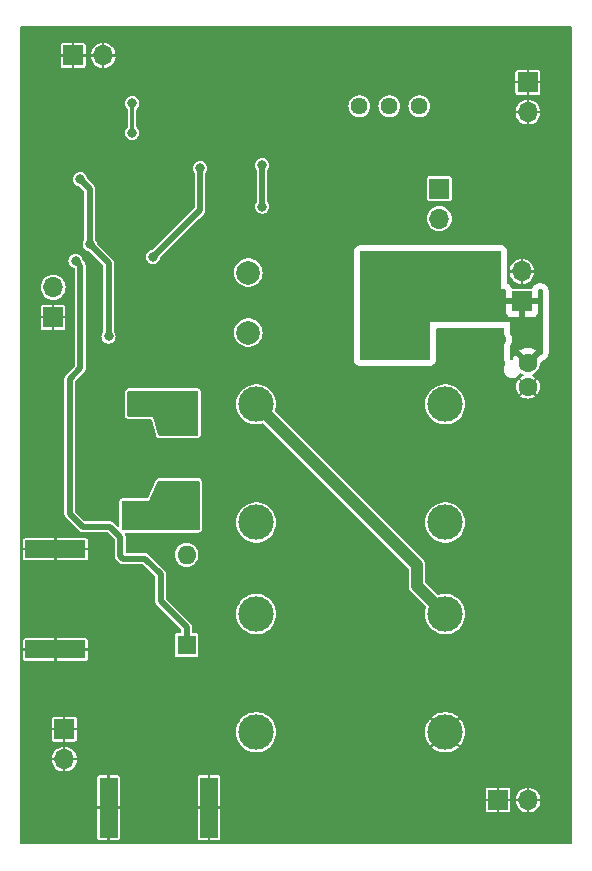
<source format=gbl>
G04 #@! TF.GenerationSoftware,KiCad,Pcbnew,7.0.10*
G04 #@! TF.CreationDate,2024-04-06T15:52:41-07:00*
G04 #@! TF.ProjectId,powerAmp,706f7765-7241-46d7-902e-6b696361645f,rev?*
G04 #@! TF.SameCoordinates,Original*
G04 #@! TF.FileFunction,Copper,L2,Bot*
G04 #@! TF.FilePolarity,Positive*
%FSLAX46Y46*%
G04 Gerber Fmt 4.6, Leading zero omitted, Abs format (unit mm)*
G04 Created by KiCad (PCBNEW 7.0.10) date 2024-04-06 15:52:41*
%MOMM*%
%LPD*%
G01*
G04 APERTURE LIST*
G04 #@! TA.AperFunction,ComponentPad*
%ADD10R,1.600000X1.600000*%
G04 #@! TD*
G04 #@! TA.AperFunction,ComponentPad*
%ADD11O,1.600000X1.600000*%
G04 #@! TD*
G04 #@! TA.AperFunction,ComponentPad*
%ADD12R,1.700000X1.700000*%
G04 #@! TD*
G04 #@! TA.AperFunction,ComponentPad*
%ADD13O,1.700000X1.700000*%
G04 #@! TD*
G04 #@! TA.AperFunction,ComponentPad*
%ADD14C,1.600000*%
G04 #@! TD*
G04 #@! TA.AperFunction,SMDPad,CuDef*
%ADD15R,1.500000X5.080000*%
G04 #@! TD*
G04 #@! TA.AperFunction,ComponentPad*
%ADD16C,3.000000*%
G04 #@! TD*
G04 #@! TA.AperFunction,ComponentPad*
%ADD17C,2.000000*%
G04 #@! TD*
G04 #@! TA.AperFunction,SMDPad,CuDef*
%ADD18R,5.080000X1.500000*%
G04 #@! TD*
G04 #@! TA.AperFunction,ComponentPad*
%ADD19C,1.440000*%
G04 #@! TD*
G04 #@! TA.AperFunction,ViaPad*
%ADD20C,0.800000*%
G04 #@! TD*
G04 #@! TA.AperFunction,Conductor*
%ADD21C,0.500000*%
G04 #@! TD*
G04 #@! TA.AperFunction,Conductor*
%ADD22C,0.304800*%
G04 #@! TD*
G04 #@! TA.AperFunction,Conductor*
%ADD23C,1.000000*%
G04 #@! TD*
G04 APERTURE END LIST*
D10*
X79505000Y-118365000D03*
D11*
X79505000Y-110745000D03*
D12*
X69905000Y-68455000D03*
D13*
X72445000Y-68455000D03*
D12*
X108405000Y-70730000D03*
D13*
X108405000Y-73270000D03*
D14*
X108405000Y-94505000D03*
X108405000Y-96505000D03*
D12*
X69155000Y-125505000D03*
D13*
X69155000Y-128045000D03*
D12*
X68205000Y-90630000D03*
D13*
X68205000Y-88090000D03*
D12*
X107905000Y-89280000D03*
D13*
X107905000Y-86740000D03*
D15*
X81405000Y-132142500D03*
X72905000Y-132142500D03*
D12*
X105880000Y-131505000D03*
D13*
X108420000Y-131505000D03*
D16*
X101405000Y-98005000D03*
X85405000Y-98005000D03*
X101405000Y-108005000D03*
X85405000Y-108005000D03*
D17*
X84734400Y-86842600D03*
X84734400Y-91922600D03*
D18*
X68405000Y-118755000D03*
X68405000Y-110255000D03*
D12*
X100905000Y-79730000D03*
D13*
X100905000Y-82270000D03*
D16*
X101405000Y-115755000D03*
X85405000Y-115755000D03*
X101405000Y-125755000D03*
X85405000Y-125755000D03*
D19*
X99205000Y-72755000D03*
X96665000Y-72755000D03*
X94125000Y-72755000D03*
D20*
X72905000Y-92255000D03*
X67005000Y-77955000D03*
X73005000Y-72855000D03*
X67505000Y-71555000D03*
X70105000Y-85855000D03*
X71305000Y-84455000D03*
X70505000Y-78955000D03*
X86605000Y-103355000D03*
X72905000Y-128005000D03*
X77155000Y-126005000D03*
X73705000Y-98055000D03*
X81405000Y-112255000D03*
X76155000Y-78755000D03*
X79155000Y-132255000D03*
X72405000Y-112005000D03*
X104155000Y-75005000D03*
X72655000Y-116005000D03*
X90905000Y-69255000D03*
X75155000Y-132005000D03*
X67405000Y-105755000D03*
X72205000Y-97155000D03*
X75305000Y-109355000D03*
X92655000Y-77255000D03*
X86405000Y-111005000D03*
X106155000Y-92505000D03*
X91655000Y-112005000D03*
X72005000Y-107255000D03*
X72605000Y-101455000D03*
X74405000Y-91455000D03*
X85155000Y-101005000D03*
X74305000Y-99855000D03*
X78405000Y-88005000D03*
X72405000Y-110255000D03*
X104155000Y-78505000D03*
X73905000Y-102655000D03*
X73655000Y-82755000D03*
X67405000Y-99255000D03*
X67405000Y-96355000D03*
X82405000Y-84005000D03*
X101655000Y-110755000D03*
X90905000Y-73255000D03*
X97405000Y-77505000D03*
X104155000Y-82505000D03*
X67405000Y-103755000D03*
X75655000Y-116505000D03*
X101155000Y-93255000D03*
X76155000Y-76755000D03*
X74655000Y-85255000D03*
X80405000Y-128505000D03*
X90405000Y-77505000D03*
X103905000Y-112755000D03*
X80655000Y-125005000D03*
X72405000Y-119005000D03*
X75405000Y-113005000D03*
X72655000Y-113505000D03*
X98655000Y-86255000D03*
X101405000Y-87505000D03*
X101405000Y-89005000D03*
X104155000Y-89005000D03*
X95155000Y-88005000D03*
X96655000Y-86505000D03*
X95405000Y-86755000D03*
X105655000Y-86005000D03*
X99655000Y-85505000D03*
X104155000Y-87505000D03*
X96655000Y-88005000D03*
X96905000Y-93505000D03*
X96655000Y-90505000D03*
X96905000Y-92005000D03*
X85905000Y-81255000D03*
X97905000Y-85505000D03*
X95155000Y-90505000D03*
X102655000Y-87505000D03*
X104155000Y-86005000D03*
X76655000Y-85505000D03*
X95905000Y-85505000D03*
X80655000Y-78005000D03*
X107905000Y-92255000D03*
X101405000Y-86005000D03*
X107905000Y-91255000D03*
X102655000Y-86005000D03*
X94655000Y-93505000D03*
X105655000Y-87505000D03*
X85905000Y-77755000D03*
X95155000Y-92005000D03*
X105655000Y-89005000D03*
X102655000Y-89005000D03*
X98905000Y-93505000D03*
X74905000Y-72505000D03*
X74905000Y-75005000D03*
X76105000Y-97455000D03*
X76905000Y-98455000D03*
X79905000Y-98255000D03*
X79005000Y-98855000D03*
X77305000Y-97455000D03*
X80005000Y-99355000D03*
X75305000Y-98155000D03*
X79305000Y-97455000D03*
X78305000Y-97755000D03*
X77805000Y-98855000D03*
X78705000Y-107755000D03*
X78705000Y-106455000D03*
X80005000Y-107755000D03*
X80005000Y-106555000D03*
X77505000Y-107755000D03*
X77505000Y-106455000D03*
X76205000Y-106755000D03*
X74805000Y-107755000D03*
X76205000Y-107755000D03*
X74805000Y-106655000D03*
D21*
X72905000Y-86055000D02*
X72905000Y-92255000D01*
X71305000Y-84455000D02*
X72905000Y-86055000D01*
X70505000Y-86255000D02*
X70105000Y-85855000D01*
X70505000Y-94955000D02*
X70505000Y-86255000D01*
X69605000Y-95855000D02*
X70505000Y-94955000D01*
X69605000Y-107255000D02*
X69605000Y-95855000D01*
X70705000Y-108355000D02*
X69605000Y-107255000D01*
X73005000Y-108355000D02*
X70705000Y-108355000D01*
X73905000Y-109255000D02*
X73005000Y-108355000D01*
X73905000Y-110855000D02*
X73905000Y-109255000D01*
X76005000Y-111055000D02*
X74105000Y-111055000D01*
X77305000Y-114655000D02*
X77305000Y-112355000D01*
X77305000Y-112355000D02*
X76005000Y-111055000D01*
X79505000Y-116855000D02*
X77305000Y-114655000D01*
X79505000Y-118365000D02*
X79505000Y-116855000D01*
X74105000Y-111055000D02*
X73905000Y-110855000D01*
X71305000Y-84455000D02*
X71305000Y-79755000D01*
X71305000Y-79755000D02*
X70505000Y-78955000D01*
X80655000Y-81505000D02*
X80655000Y-78005000D01*
X85905000Y-77755000D02*
X85905000Y-81255000D01*
X76655000Y-85505000D02*
X80655000Y-81505000D01*
D22*
X74905000Y-75005000D02*
X74905000Y-72505000D01*
D23*
X99005000Y-113355000D02*
X101405000Y-115755000D01*
X99005000Y-111605000D02*
X99005000Y-113355000D01*
X85405000Y-98005000D02*
X99005000Y-111605000D01*
G04 #@! TA.AperFunction,Conductor*
G36*
X112113691Y-66024407D02*
G01*
X112149655Y-66073907D01*
X112154500Y-66104500D01*
X112154500Y-135155500D01*
X112135593Y-135213691D01*
X112086093Y-135249655D01*
X112055500Y-135254500D01*
X65504500Y-135254500D01*
X65446309Y-135235593D01*
X65410345Y-135186093D01*
X65405500Y-135155500D01*
X65405500Y-134702200D01*
X71955000Y-134702200D01*
X71966603Y-134760536D01*
X72010806Y-134826689D01*
X72010810Y-134826693D01*
X72076963Y-134870896D01*
X72135299Y-134882499D01*
X72135303Y-134882500D01*
X72804999Y-134882500D01*
X72805000Y-134882499D01*
X73005000Y-134882499D01*
X73005001Y-134882500D01*
X73674697Y-134882500D01*
X73674700Y-134882499D01*
X73733036Y-134870896D01*
X73799189Y-134826693D01*
X73799193Y-134826689D01*
X73843396Y-134760536D01*
X73854999Y-134702200D01*
X80455000Y-134702200D01*
X80466603Y-134760536D01*
X80510806Y-134826689D01*
X80510810Y-134826693D01*
X80576963Y-134870896D01*
X80635299Y-134882499D01*
X80635303Y-134882500D01*
X81304999Y-134882500D01*
X81305000Y-134882499D01*
X81505000Y-134882499D01*
X81505001Y-134882500D01*
X82174697Y-134882500D01*
X82174700Y-134882499D01*
X82233036Y-134870896D01*
X82299189Y-134826693D01*
X82299193Y-134826689D01*
X82343396Y-134760536D01*
X82354999Y-134702200D01*
X82355000Y-134702197D01*
X82355000Y-132374700D01*
X104830000Y-132374700D01*
X104841603Y-132433036D01*
X104885806Y-132499189D01*
X104885810Y-132499193D01*
X104951963Y-132543396D01*
X105010299Y-132554999D01*
X105010303Y-132555000D01*
X105779999Y-132555000D01*
X105780000Y-132554999D01*
X105780000Y-131995764D01*
X105844237Y-132005000D01*
X105915763Y-132005000D01*
X105980000Y-131995764D01*
X105980000Y-132554999D01*
X105980001Y-132555000D01*
X106749697Y-132555000D01*
X106749700Y-132554999D01*
X106808036Y-132543396D01*
X106874189Y-132499193D01*
X106874193Y-132499189D01*
X106918396Y-132433036D01*
X106929999Y-132374700D01*
X106930000Y-132374697D01*
X106930000Y-131605001D01*
X106929999Y-131605000D01*
X107374767Y-131605000D01*
X107385190Y-131710831D01*
X107385191Y-131710836D01*
X107445232Y-131908762D01*
X107445234Y-131908767D01*
X107542724Y-132091160D01*
X107542731Y-132091170D01*
X107673940Y-132251050D01*
X107673949Y-132251059D01*
X107833829Y-132382268D01*
X107833839Y-132382275D01*
X108016232Y-132479765D01*
X108016237Y-132479767D01*
X108214166Y-132539808D01*
X108319998Y-132550231D01*
X108320000Y-132550230D01*
X108320000Y-131995764D01*
X108384237Y-132005000D01*
X108455763Y-132005000D01*
X108520000Y-131995764D01*
X108520000Y-132550230D01*
X108520001Y-132550231D01*
X108625833Y-132539808D01*
X108823762Y-132479767D01*
X108823767Y-132479765D01*
X109006160Y-132382275D01*
X109006170Y-132382268D01*
X109166050Y-132251059D01*
X109166059Y-132251050D01*
X109297268Y-132091170D01*
X109297275Y-132091160D01*
X109394765Y-131908767D01*
X109394767Y-131908762D01*
X109454808Y-131710836D01*
X109454809Y-131710831D01*
X109465232Y-131605000D01*
X108911746Y-131605000D01*
X108920000Y-131576889D01*
X108920000Y-131433111D01*
X108911746Y-131405000D01*
X109465232Y-131405000D01*
X109465232Y-131404999D01*
X109454809Y-131299168D01*
X109454808Y-131299163D01*
X109394767Y-131101237D01*
X109394765Y-131101232D01*
X109297275Y-130918839D01*
X109297268Y-130918829D01*
X109166059Y-130758949D01*
X109166050Y-130758940D01*
X109006170Y-130627731D01*
X109006160Y-130627724D01*
X108823767Y-130530234D01*
X108823762Y-130530232D01*
X108625836Y-130470191D01*
X108625831Y-130470190D01*
X108520000Y-130459767D01*
X108520000Y-131014235D01*
X108455763Y-131005000D01*
X108384237Y-131005000D01*
X108320000Y-131014235D01*
X108320000Y-130459767D01*
X108319999Y-130459767D01*
X108214168Y-130470190D01*
X108214163Y-130470191D01*
X108016237Y-130530232D01*
X108016232Y-130530234D01*
X107833839Y-130627724D01*
X107833829Y-130627731D01*
X107673949Y-130758940D01*
X107673940Y-130758949D01*
X107542731Y-130918829D01*
X107542724Y-130918839D01*
X107445234Y-131101232D01*
X107445232Y-131101237D01*
X107385191Y-131299163D01*
X107385190Y-131299168D01*
X107374767Y-131404999D01*
X107374768Y-131405000D01*
X107928254Y-131405000D01*
X107920000Y-131433111D01*
X107920000Y-131576889D01*
X107928254Y-131605000D01*
X107374767Y-131605000D01*
X106929999Y-131605000D01*
X106371746Y-131605000D01*
X106380000Y-131576889D01*
X106380000Y-131433111D01*
X106371746Y-131405000D01*
X106929999Y-131405000D01*
X106930000Y-131404999D01*
X106930000Y-130635302D01*
X106929999Y-130635299D01*
X106918396Y-130576963D01*
X106874193Y-130510810D01*
X106874189Y-130510806D01*
X106808036Y-130466603D01*
X106749700Y-130455000D01*
X105980001Y-130455000D01*
X105980000Y-130455001D01*
X105980000Y-131014235D01*
X105915763Y-131005000D01*
X105844237Y-131005000D01*
X105780000Y-131014235D01*
X105780000Y-130455001D01*
X105779999Y-130455000D01*
X105010299Y-130455000D01*
X104951963Y-130466603D01*
X104885810Y-130510806D01*
X104885806Y-130510810D01*
X104841603Y-130576963D01*
X104830000Y-130635299D01*
X104830000Y-131404999D01*
X104830001Y-131405000D01*
X105388254Y-131405000D01*
X105380000Y-131433111D01*
X105380000Y-131576889D01*
X105388254Y-131605000D01*
X104830001Y-131605000D01*
X104830000Y-131605001D01*
X104830000Y-132374700D01*
X82355000Y-132374700D01*
X82355000Y-132242501D01*
X82354999Y-132242500D01*
X81505001Y-132242500D01*
X81505000Y-132242501D01*
X81505000Y-134882499D01*
X81305000Y-134882499D01*
X81305000Y-132242501D01*
X81304999Y-132242500D01*
X80455001Y-132242500D01*
X80455000Y-132242501D01*
X80455000Y-134702200D01*
X73854999Y-134702200D01*
X73855000Y-134702197D01*
X73855000Y-132242501D01*
X73854999Y-132242500D01*
X73005001Y-132242500D01*
X73005000Y-132242501D01*
X73005000Y-134882499D01*
X72805000Y-134882499D01*
X72805000Y-132242501D01*
X72804999Y-132242500D01*
X71955001Y-132242500D01*
X71955000Y-132242501D01*
X71955000Y-134702200D01*
X65405500Y-134702200D01*
X65405500Y-132042499D01*
X71955000Y-132042499D01*
X71955001Y-132042500D01*
X72804999Y-132042500D01*
X72805000Y-132042499D01*
X73005000Y-132042499D01*
X73005001Y-132042500D01*
X73854999Y-132042500D01*
X73855000Y-132042499D01*
X80455000Y-132042499D01*
X80455001Y-132042500D01*
X81304999Y-132042500D01*
X81305000Y-132042499D01*
X81505000Y-132042499D01*
X81505001Y-132042500D01*
X82354999Y-132042500D01*
X82355000Y-132042499D01*
X82355000Y-129582802D01*
X82354999Y-129582799D01*
X82343396Y-129524463D01*
X82299193Y-129458310D01*
X82299189Y-129458306D01*
X82233036Y-129414103D01*
X82174700Y-129402500D01*
X81505001Y-129402500D01*
X81505000Y-129402501D01*
X81505000Y-132042499D01*
X81305000Y-132042499D01*
X81305000Y-129402501D01*
X81304999Y-129402500D01*
X80635299Y-129402500D01*
X80576963Y-129414103D01*
X80510810Y-129458306D01*
X80510806Y-129458310D01*
X80466603Y-129524463D01*
X80455000Y-129582799D01*
X80455000Y-132042499D01*
X73855000Y-132042499D01*
X73855000Y-129582802D01*
X73854999Y-129582799D01*
X73843396Y-129524463D01*
X73799193Y-129458310D01*
X73799189Y-129458306D01*
X73733036Y-129414103D01*
X73674700Y-129402500D01*
X73005001Y-129402500D01*
X73005000Y-129402501D01*
X73005000Y-132042499D01*
X72805000Y-132042499D01*
X72805000Y-129402501D01*
X72804999Y-129402500D01*
X72135299Y-129402500D01*
X72076963Y-129414103D01*
X72010810Y-129458306D01*
X72010806Y-129458310D01*
X71966603Y-129524463D01*
X71955000Y-129582799D01*
X71955000Y-132042499D01*
X65405500Y-132042499D01*
X65405500Y-128145000D01*
X68109767Y-128145000D01*
X68120190Y-128250831D01*
X68120191Y-128250836D01*
X68180232Y-128448762D01*
X68180234Y-128448767D01*
X68277724Y-128631160D01*
X68277731Y-128631170D01*
X68408940Y-128791050D01*
X68408949Y-128791059D01*
X68568829Y-128922268D01*
X68568839Y-128922275D01*
X68751232Y-129019765D01*
X68751237Y-129019767D01*
X68949166Y-129079808D01*
X69054998Y-129090231D01*
X69055000Y-129090230D01*
X69055000Y-128535764D01*
X69119237Y-128545000D01*
X69190763Y-128545000D01*
X69255000Y-128535764D01*
X69255000Y-129090230D01*
X69255001Y-129090231D01*
X69360833Y-129079808D01*
X69558762Y-129019767D01*
X69558767Y-129019765D01*
X69741160Y-128922275D01*
X69741170Y-128922268D01*
X69901050Y-128791059D01*
X69901059Y-128791050D01*
X70032268Y-128631170D01*
X70032275Y-128631160D01*
X70129765Y-128448767D01*
X70129767Y-128448762D01*
X70189808Y-128250836D01*
X70189809Y-128250831D01*
X70200232Y-128145000D01*
X69646746Y-128145000D01*
X69655000Y-128116889D01*
X69655000Y-127973111D01*
X69646746Y-127945000D01*
X70200232Y-127945000D01*
X70200232Y-127944999D01*
X70189809Y-127839168D01*
X70189808Y-127839163D01*
X70129767Y-127641237D01*
X70129765Y-127641232D01*
X70032275Y-127458839D01*
X70032268Y-127458829D01*
X69901059Y-127298949D01*
X69901050Y-127298940D01*
X69741170Y-127167731D01*
X69741160Y-127167724D01*
X69558767Y-127070234D01*
X69558762Y-127070232D01*
X69360836Y-127010191D01*
X69360831Y-127010190D01*
X69255000Y-126999767D01*
X69255000Y-127554235D01*
X69190763Y-127545000D01*
X69119237Y-127545000D01*
X69055000Y-127554235D01*
X69055000Y-126999767D01*
X69054999Y-126999767D01*
X68949168Y-127010190D01*
X68949163Y-127010191D01*
X68751237Y-127070232D01*
X68751232Y-127070234D01*
X68568839Y-127167724D01*
X68568829Y-127167731D01*
X68408949Y-127298940D01*
X68408940Y-127298949D01*
X68277731Y-127458829D01*
X68277724Y-127458839D01*
X68180234Y-127641232D01*
X68180232Y-127641237D01*
X68120191Y-127839163D01*
X68120190Y-127839168D01*
X68109767Y-127944999D01*
X68109768Y-127945000D01*
X68663254Y-127945000D01*
X68655000Y-127973111D01*
X68655000Y-128116889D01*
X68663254Y-128145000D01*
X68109767Y-128145000D01*
X65405500Y-128145000D01*
X65405500Y-126374700D01*
X68105000Y-126374700D01*
X68116603Y-126433036D01*
X68160806Y-126499189D01*
X68160810Y-126499193D01*
X68226963Y-126543396D01*
X68285299Y-126554999D01*
X68285303Y-126555000D01*
X69054999Y-126555000D01*
X69055000Y-126554999D01*
X69055000Y-125995764D01*
X69119237Y-126005000D01*
X69190763Y-126005000D01*
X69255000Y-125995764D01*
X69255000Y-126554999D01*
X69255001Y-126555000D01*
X70024697Y-126555000D01*
X70024700Y-126554999D01*
X70083036Y-126543396D01*
X70149189Y-126499193D01*
X70149193Y-126499189D01*
X70193396Y-126433036D01*
X70204999Y-126374700D01*
X70205000Y-126374697D01*
X70205000Y-125755002D01*
X83699732Y-125755002D01*
X83718777Y-126009152D01*
X83718779Y-126009161D01*
X83775492Y-126257639D01*
X83868604Y-126494881D01*
X83868607Y-126494888D01*
X83996041Y-126715612D01*
X83996045Y-126715618D01*
X83996047Y-126715620D01*
X84154940Y-126914866D01*
X84154951Y-126914878D01*
X84341776Y-127088226D01*
X84341778Y-127088227D01*
X84341783Y-127088232D01*
X84552366Y-127231805D01*
X84781996Y-127342389D01*
X85025542Y-127417513D01*
X85277565Y-127455500D01*
X85277570Y-127455500D01*
X85532430Y-127455500D01*
X85532435Y-127455500D01*
X85784458Y-127417513D01*
X86028004Y-127342389D01*
X86257634Y-127231805D01*
X86468217Y-127088232D01*
X86655050Y-126914877D01*
X86813959Y-126715612D01*
X86941393Y-126494888D01*
X87034508Y-126257637D01*
X87091222Y-126009157D01*
X87110268Y-125755002D01*
X99700233Y-125755002D01*
X99719273Y-126009076D01*
X99719275Y-126009086D01*
X99775970Y-126257487D01*
X99775970Y-126257489D01*
X99869055Y-126494664D01*
X99869064Y-126494683D01*
X99996451Y-126715322D01*
X99996456Y-126715330D01*
X100132567Y-126886008D01*
X100915672Y-126102902D01*
X100977075Y-126182925D01*
X101057094Y-126244326D01*
X100275433Y-127025988D01*
X100342092Y-127087838D01*
X100552624Y-127231375D01*
X100782176Y-127341922D01*
X101025649Y-127417023D01*
X101025659Y-127417025D01*
X101277599Y-127454999D01*
X101277608Y-127455000D01*
X101532392Y-127455000D01*
X101532400Y-127454999D01*
X101784340Y-127417025D01*
X101784350Y-127417023D01*
X102027823Y-127341921D01*
X102257376Y-127231375D01*
X102467907Y-127087838D01*
X102534565Y-127025988D01*
X101752903Y-126244326D01*
X101832925Y-126182925D01*
X101894327Y-126102904D01*
X102677431Y-126886008D01*
X102813544Y-126715330D01*
X102940935Y-126494683D01*
X102940944Y-126494664D01*
X103034029Y-126257489D01*
X103034029Y-126257487D01*
X103090724Y-126009086D01*
X103090726Y-126009076D01*
X103109767Y-125755002D01*
X103109767Y-125754997D01*
X103090726Y-125500923D01*
X103090724Y-125500913D01*
X103034029Y-125252512D01*
X103034029Y-125252510D01*
X102940944Y-125015335D01*
X102940935Y-125015316D01*
X102813548Y-124794677D01*
X102813543Y-124794669D01*
X102677431Y-124623990D01*
X101894326Y-125407094D01*
X101832925Y-125327075D01*
X101752902Y-125265672D01*
X102534565Y-124484010D01*
X102467907Y-124422161D01*
X102257376Y-124278624D01*
X102027823Y-124168078D01*
X101784350Y-124092976D01*
X101784340Y-124092974D01*
X101532400Y-124055000D01*
X101277599Y-124055000D01*
X101025659Y-124092974D01*
X101025649Y-124092976D01*
X100782176Y-124168077D01*
X100552624Y-124278624D01*
X100342092Y-124422161D01*
X100275433Y-124484010D01*
X101057096Y-125265673D01*
X100977075Y-125327075D01*
X100915672Y-125407095D01*
X100132567Y-124623990D01*
X99996461Y-124794662D01*
X99996451Y-124794677D01*
X99869064Y-125015316D01*
X99869055Y-125015335D01*
X99775970Y-125252510D01*
X99775970Y-125252512D01*
X99719275Y-125500913D01*
X99719273Y-125500923D01*
X99700233Y-125754997D01*
X99700233Y-125755002D01*
X87110268Y-125755002D01*
X87110268Y-125755000D01*
X87091222Y-125500843D01*
X87034508Y-125252363D01*
X86941393Y-125015112D01*
X86813959Y-124794388D01*
X86813952Y-124794379D01*
X86655059Y-124595133D01*
X86655048Y-124595121D01*
X86468223Y-124421773D01*
X86468220Y-124421771D01*
X86468217Y-124421768D01*
X86257634Y-124278195D01*
X86028004Y-124167611D01*
X85784462Y-124092488D01*
X85784459Y-124092487D01*
X85784458Y-124092487D01*
X85784453Y-124092486D01*
X85784452Y-124092486D01*
X85532438Y-124054500D01*
X85532435Y-124054500D01*
X85277565Y-124054500D01*
X85277561Y-124054500D01*
X85025547Y-124092486D01*
X85025537Y-124092488D01*
X84781995Y-124167611D01*
X84552373Y-124278191D01*
X84552369Y-124278193D01*
X84552366Y-124278195D01*
X84341783Y-124421768D01*
X84341776Y-124421773D01*
X84154951Y-124595121D01*
X84154940Y-124595133D01*
X83996047Y-124794379D01*
X83996043Y-124794384D01*
X83996041Y-124794388D01*
X83934181Y-124901533D01*
X83868608Y-125015109D01*
X83868604Y-125015118D01*
X83775492Y-125252360D01*
X83718779Y-125500838D01*
X83718777Y-125500847D01*
X83699732Y-125754997D01*
X83699732Y-125755002D01*
X70205000Y-125755002D01*
X70205000Y-125605001D01*
X70204999Y-125605000D01*
X69646746Y-125605000D01*
X69655000Y-125576889D01*
X69655000Y-125433111D01*
X69646746Y-125405000D01*
X70204999Y-125405000D01*
X70205000Y-125404999D01*
X70205000Y-124635302D01*
X70204999Y-124635299D01*
X70193396Y-124576963D01*
X70149193Y-124510810D01*
X70149189Y-124510806D01*
X70083036Y-124466603D01*
X70024700Y-124455000D01*
X69255001Y-124455000D01*
X69255000Y-124455001D01*
X69255000Y-125014235D01*
X69190763Y-125005000D01*
X69119237Y-125005000D01*
X69055000Y-125014235D01*
X69055000Y-124455001D01*
X69054999Y-124455000D01*
X68285299Y-124455000D01*
X68226963Y-124466603D01*
X68160810Y-124510806D01*
X68160806Y-124510810D01*
X68116603Y-124576963D01*
X68105000Y-124635299D01*
X68105000Y-125404999D01*
X68105001Y-125405000D01*
X68663254Y-125405000D01*
X68655000Y-125433111D01*
X68655000Y-125576889D01*
X68663254Y-125605000D01*
X68105001Y-125605000D01*
X68105000Y-125605001D01*
X68105000Y-126374700D01*
X65405500Y-126374700D01*
X65405500Y-119524700D01*
X65665000Y-119524700D01*
X65676603Y-119583036D01*
X65720806Y-119649189D01*
X65720810Y-119649193D01*
X65786963Y-119693396D01*
X65845299Y-119704999D01*
X65845303Y-119705000D01*
X68304999Y-119705000D01*
X68305000Y-119704999D01*
X68505000Y-119704999D01*
X68505001Y-119705000D01*
X70964697Y-119705000D01*
X70964700Y-119704999D01*
X71023036Y-119693396D01*
X71089189Y-119649193D01*
X71089193Y-119649189D01*
X71133396Y-119583036D01*
X71144999Y-119524700D01*
X71145000Y-119524697D01*
X71145000Y-118855001D01*
X71144999Y-118855000D01*
X68505001Y-118855000D01*
X68505000Y-118855001D01*
X68505000Y-119704999D01*
X68305000Y-119704999D01*
X68305000Y-118855001D01*
X68304999Y-118855000D01*
X65665001Y-118855000D01*
X65665000Y-118855001D01*
X65665000Y-119524700D01*
X65405500Y-119524700D01*
X65405500Y-118654999D01*
X65665000Y-118654999D01*
X65665001Y-118655000D01*
X68304999Y-118655000D01*
X68305000Y-118654999D01*
X68505000Y-118654999D01*
X68505001Y-118655000D01*
X71144999Y-118655000D01*
X71145000Y-118654999D01*
X71145000Y-117985302D01*
X71144999Y-117985299D01*
X71133396Y-117926963D01*
X71089193Y-117860810D01*
X71089189Y-117860806D01*
X71023036Y-117816603D01*
X70964700Y-117805000D01*
X68505001Y-117805000D01*
X68505000Y-117805001D01*
X68505000Y-118654999D01*
X68305000Y-118654999D01*
X68305000Y-117805001D01*
X68304999Y-117805000D01*
X65845299Y-117805000D01*
X65786963Y-117816603D01*
X65720810Y-117860806D01*
X65720806Y-117860810D01*
X65676603Y-117926963D01*
X65665000Y-117985299D01*
X65665000Y-118654999D01*
X65405500Y-118654999D01*
X65405500Y-111024700D01*
X65665000Y-111024700D01*
X65676603Y-111083036D01*
X65720806Y-111149189D01*
X65720810Y-111149193D01*
X65786963Y-111193396D01*
X65845299Y-111204999D01*
X65845303Y-111205000D01*
X68304999Y-111205000D01*
X68305000Y-111204999D01*
X68505000Y-111204999D01*
X68505001Y-111205000D01*
X70964697Y-111205000D01*
X70964700Y-111204999D01*
X71023036Y-111193396D01*
X71089189Y-111149193D01*
X71089193Y-111149189D01*
X71133396Y-111083036D01*
X71144999Y-111024700D01*
X71145000Y-111024697D01*
X71145000Y-110355001D01*
X71144999Y-110355000D01*
X68505001Y-110355000D01*
X68505000Y-110355001D01*
X68505000Y-111204999D01*
X68305000Y-111204999D01*
X68305000Y-110355001D01*
X68304999Y-110355000D01*
X65665001Y-110355000D01*
X65665000Y-110355001D01*
X65665000Y-111024700D01*
X65405500Y-111024700D01*
X65405500Y-110154999D01*
X65665000Y-110154999D01*
X65665001Y-110155000D01*
X68304999Y-110155000D01*
X68305000Y-110154999D01*
X68505000Y-110154999D01*
X68505001Y-110155000D01*
X71144999Y-110155000D01*
X71145000Y-110154999D01*
X71145000Y-109485302D01*
X71144999Y-109485299D01*
X71133396Y-109426963D01*
X71089193Y-109360810D01*
X71089189Y-109360806D01*
X71023036Y-109316603D01*
X70964700Y-109305000D01*
X68505001Y-109305000D01*
X68505000Y-109305001D01*
X68505000Y-110154999D01*
X68305000Y-110154999D01*
X68305000Y-109305001D01*
X68304999Y-109305000D01*
X65845299Y-109305000D01*
X65786963Y-109316603D01*
X65720810Y-109360806D01*
X65720806Y-109360810D01*
X65676603Y-109426963D01*
X65665000Y-109485299D01*
X65665000Y-110154999D01*
X65405500Y-110154999D01*
X65405500Y-107272038D01*
X69149730Y-107272038D01*
X69160444Y-107328664D01*
X69161064Y-107332312D01*
X69169652Y-107389287D01*
X69171840Y-107396381D01*
X69171417Y-107396511D01*
X69172109Y-107398613D01*
X69172526Y-107398468D01*
X69174975Y-107405468D01*
X69201906Y-107456424D01*
X69203574Y-107459728D01*
X69228574Y-107511641D01*
X69232753Y-107517770D01*
X69232389Y-107518017D01*
X69233677Y-107519831D01*
X69234030Y-107519571D01*
X69238434Y-107525538D01*
X69279199Y-107566304D01*
X69281768Y-107568971D01*
X69320944Y-107611194D01*
X69326743Y-107615818D01*
X69326467Y-107616163D01*
X69337600Y-107624704D01*
X70364629Y-108651732D01*
X70372025Y-108660009D01*
X70395121Y-108688970D01*
X70428844Y-108711962D01*
X70442745Y-108721440D01*
X70445757Y-108723577D01*
X70492118Y-108757793D01*
X70492121Y-108757794D01*
X70498677Y-108761259D01*
X70498469Y-108761651D01*
X70500450Y-108762651D01*
X70500643Y-108762253D01*
X70507327Y-108765472D01*
X70562407Y-108782461D01*
X70565909Y-108783613D01*
X70610167Y-108799100D01*
X70620301Y-108802646D01*
X70627593Y-108804026D01*
X70627510Y-108804460D01*
X70629693Y-108804830D01*
X70629759Y-108804394D01*
X70637098Y-108805500D01*
X70694716Y-108805500D01*
X70698417Y-108805569D01*
X70700519Y-108805647D01*
X70756010Y-108807724D01*
X70756016Y-108807722D01*
X70763385Y-108806893D01*
X70763434Y-108807331D01*
X70777344Y-108805500D01*
X72777388Y-108805500D01*
X72835579Y-108824407D01*
X72847392Y-108834496D01*
X73425504Y-109412607D01*
X73453281Y-109467124D01*
X73454500Y-109482611D01*
X73454500Y-110824136D01*
X73453878Y-110835219D01*
X73449730Y-110872033D01*
X73449730Y-110872038D01*
X73460444Y-110928664D01*
X73461064Y-110932312D01*
X73469652Y-110989287D01*
X73471840Y-110996381D01*
X73471417Y-110996511D01*
X73472109Y-110998613D01*
X73472526Y-110998468D01*
X73474975Y-111005468D01*
X73501906Y-111056424D01*
X73503574Y-111059728D01*
X73528574Y-111111641D01*
X73532753Y-111117770D01*
X73532389Y-111118017D01*
X73533677Y-111119831D01*
X73534030Y-111119571D01*
X73538434Y-111125538D01*
X73579198Y-111166303D01*
X73581742Y-111168943D01*
X73604431Y-111193396D01*
X73620948Y-111211197D01*
X73626743Y-111215818D01*
X73626468Y-111216162D01*
X73637602Y-111224706D01*
X73764624Y-111351727D01*
X73772021Y-111360004D01*
X73795121Y-111388970D01*
X73821961Y-111407269D01*
X73842745Y-111421440D01*
X73845757Y-111423577D01*
X73892118Y-111457793D01*
X73892121Y-111457794D01*
X73898677Y-111461259D01*
X73898469Y-111461651D01*
X73900450Y-111462651D01*
X73900643Y-111462253D01*
X73907327Y-111465472D01*
X73962407Y-111482461D01*
X73965909Y-111483613D01*
X74020301Y-111502646D01*
X74020302Y-111502646D01*
X74027593Y-111504026D01*
X74027510Y-111504460D01*
X74029697Y-111504831D01*
X74029763Y-111504394D01*
X74037096Y-111505499D01*
X74037098Y-111505500D01*
X74094700Y-111505500D01*
X74098402Y-111505569D01*
X74099768Y-111505620D01*
X74156010Y-111507725D01*
X74156016Y-111507723D01*
X74163384Y-111506894D01*
X74163433Y-111507332D01*
X74177347Y-111505500D01*
X75777388Y-111505500D01*
X75835579Y-111524407D01*
X75847392Y-111534496D01*
X76825504Y-112512607D01*
X76853281Y-112567124D01*
X76854500Y-112582611D01*
X76854500Y-114624136D01*
X76853878Y-114635219D01*
X76849730Y-114672033D01*
X76849730Y-114672038D01*
X76860444Y-114728664D01*
X76861064Y-114732312D01*
X76869652Y-114789287D01*
X76871840Y-114796381D01*
X76871417Y-114796511D01*
X76872109Y-114798613D01*
X76872526Y-114798468D01*
X76874975Y-114805468D01*
X76901906Y-114856424D01*
X76903574Y-114859728D01*
X76928574Y-114911641D01*
X76932753Y-114917770D01*
X76932389Y-114918017D01*
X76933677Y-114919831D01*
X76934030Y-114919571D01*
X76938434Y-114925538D01*
X76979199Y-114966304D01*
X76981768Y-114968971D01*
X77020944Y-115011194D01*
X77026743Y-115015818D01*
X77026467Y-115016163D01*
X77037600Y-115024704D01*
X79025504Y-117012607D01*
X79053281Y-117067124D01*
X79054500Y-117082611D01*
X79054500Y-117265500D01*
X79035593Y-117323691D01*
X78986093Y-117359655D01*
X78955500Y-117364500D01*
X78685252Y-117364500D01*
X78685251Y-117364500D01*
X78685241Y-117364501D01*
X78626772Y-117376132D01*
X78626766Y-117376134D01*
X78560451Y-117420445D01*
X78560445Y-117420451D01*
X78516134Y-117486766D01*
X78516132Y-117486772D01*
X78504501Y-117545241D01*
X78504500Y-117545253D01*
X78504500Y-119184746D01*
X78504501Y-119184758D01*
X78516132Y-119243227D01*
X78516133Y-119243231D01*
X78560448Y-119309552D01*
X78626769Y-119353867D01*
X78671231Y-119362711D01*
X78685241Y-119365498D01*
X78685246Y-119365498D01*
X78685252Y-119365500D01*
X78685253Y-119365500D01*
X80324747Y-119365500D01*
X80324748Y-119365500D01*
X80383231Y-119353867D01*
X80449552Y-119309552D01*
X80493867Y-119243231D01*
X80505500Y-119184748D01*
X80505500Y-117545252D01*
X80493867Y-117486769D01*
X80449552Y-117420448D01*
X80445157Y-117417511D01*
X80383233Y-117376134D01*
X80383231Y-117376133D01*
X80383228Y-117376132D01*
X80383227Y-117376132D01*
X80324758Y-117364501D01*
X80324748Y-117364500D01*
X80324747Y-117364500D01*
X80054500Y-117364500D01*
X79996309Y-117345593D01*
X79960345Y-117296093D01*
X79955500Y-117265500D01*
X79955500Y-116885862D01*
X79956122Y-116874779D01*
X79960270Y-116837965D01*
X79949552Y-116781319D01*
X79948934Y-116777678D01*
X79940348Y-116720713D01*
X79940346Y-116720709D01*
X79938160Y-116713619D01*
X79938582Y-116713488D01*
X79937892Y-116711390D01*
X79937476Y-116711536D01*
X79935024Y-116704529D01*
X79935024Y-116704528D01*
X79908066Y-116653523D01*
X79906427Y-116650276D01*
X79881425Y-116598358D01*
X79881423Y-116598356D01*
X79877247Y-116592230D01*
X79877610Y-116591982D01*
X79876324Y-116590168D01*
X79875970Y-116590430D01*
X79871567Y-116584465D01*
X79871566Y-116584462D01*
X79871563Y-116584459D01*
X79830799Y-116543694D01*
X79828230Y-116541027D01*
X79789059Y-116498810D01*
X79789057Y-116498809D01*
X79789055Y-116498806D01*
X79789051Y-116498803D01*
X79783259Y-116494185D01*
X79783533Y-116493840D01*
X79772400Y-116485296D01*
X79042106Y-115755002D01*
X83699732Y-115755002D01*
X83718777Y-116009152D01*
X83718779Y-116009161D01*
X83775492Y-116257639D01*
X83868331Y-116494185D01*
X83868607Y-116494888D01*
X83996041Y-116715612D01*
X83996045Y-116715618D01*
X83996047Y-116715620D01*
X84154940Y-116914866D01*
X84154951Y-116914878D01*
X84341776Y-117088226D01*
X84341778Y-117088227D01*
X84341783Y-117088232D01*
X84552366Y-117231805D01*
X84781996Y-117342389D01*
X85025542Y-117417513D01*
X85277565Y-117455500D01*
X85277570Y-117455500D01*
X85532430Y-117455500D01*
X85532435Y-117455500D01*
X85784458Y-117417513D01*
X86028004Y-117342389D01*
X86257634Y-117231805D01*
X86468217Y-117088232D01*
X86655050Y-116914877D01*
X86813959Y-116715612D01*
X86941393Y-116494888D01*
X87034508Y-116257637D01*
X87091222Y-116009157D01*
X87110268Y-115755000D01*
X87091222Y-115500843D01*
X87034508Y-115252363D01*
X87019796Y-115214879D01*
X86978127Y-115108707D01*
X86941393Y-115015112D01*
X86813959Y-114794388D01*
X86764455Y-114732312D01*
X86655059Y-114595133D01*
X86655048Y-114595121D01*
X86468223Y-114421773D01*
X86468220Y-114421771D01*
X86468217Y-114421768D01*
X86257634Y-114278195D01*
X86028004Y-114167611D01*
X85950921Y-114143834D01*
X85784462Y-114092488D01*
X85784459Y-114092487D01*
X85784458Y-114092487D01*
X85784453Y-114092486D01*
X85784452Y-114092486D01*
X85532438Y-114054500D01*
X85532435Y-114054500D01*
X85277565Y-114054500D01*
X85277561Y-114054500D01*
X85025547Y-114092486D01*
X85025537Y-114092488D01*
X84781995Y-114167611D01*
X84552373Y-114278191D01*
X84552369Y-114278193D01*
X84552366Y-114278195D01*
X84341783Y-114421768D01*
X84341776Y-114421773D01*
X84154951Y-114595121D01*
X84154940Y-114595133D01*
X83996047Y-114794379D01*
X83996043Y-114794384D01*
X83996041Y-114794388D01*
X83934181Y-114901533D01*
X83868608Y-115015109D01*
X83868604Y-115015118D01*
X83775492Y-115252360D01*
X83718779Y-115500838D01*
X83718777Y-115500847D01*
X83699732Y-115754997D01*
X83699732Y-115755002D01*
X79042106Y-115755002D01*
X77784496Y-114497392D01*
X77756719Y-114442875D01*
X77755500Y-114427388D01*
X77755500Y-112385862D01*
X77756122Y-112374779D01*
X77760270Y-112337965D01*
X77749547Y-112281295D01*
X77748943Y-112277741D01*
X77740348Y-112220713D01*
X77740347Y-112220710D01*
X77738162Y-112213626D01*
X77738583Y-112213495D01*
X77737889Y-112211386D01*
X77737474Y-112211532D01*
X77735023Y-112204527D01*
X77708093Y-112153574D01*
X77706424Y-112150269D01*
X77681425Y-112098358D01*
X77681421Y-112098353D01*
X77677246Y-112092229D01*
X77677610Y-112091980D01*
X77676324Y-112090169D01*
X77675970Y-112090431D01*
X77671567Y-112084466D01*
X77671566Y-112084463D01*
X77671563Y-112084460D01*
X77630811Y-112043707D01*
X77628242Y-112041040D01*
X77589056Y-111998806D01*
X77583258Y-111994183D01*
X77583532Y-111993839D01*
X77572397Y-111985294D01*
X76345366Y-110758263D01*
X76337978Y-110749995D01*
X76333997Y-110745003D01*
X78499659Y-110745003D01*
X78518974Y-110941126D01*
X78518975Y-110941129D01*
X78576187Y-111129730D01*
X78576188Y-111129732D01*
X78626953Y-111224706D01*
X78669090Y-111303538D01*
X78669092Y-111303540D01*
X78669093Y-111303542D01*
X78794112Y-111455878D01*
X78794121Y-111455887D01*
X78923900Y-111562394D01*
X78946462Y-111580910D01*
X79120273Y-111673814D01*
X79308868Y-111731024D01*
X79308870Y-111731024D01*
X79308873Y-111731025D01*
X79504997Y-111750341D01*
X79505000Y-111750341D01*
X79505003Y-111750341D01*
X79701126Y-111731025D01*
X79701127Y-111731024D01*
X79701132Y-111731024D01*
X79889727Y-111673814D01*
X80063538Y-111580910D01*
X80215883Y-111455883D01*
X80340910Y-111303538D01*
X80433814Y-111129727D01*
X80491024Y-110941132D01*
X80492074Y-110930479D01*
X80510341Y-110745003D01*
X80510341Y-110744996D01*
X80491025Y-110548873D01*
X80491024Y-110548870D01*
X80491024Y-110548868D01*
X80433814Y-110360273D01*
X80340910Y-110186462D01*
X80315089Y-110154999D01*
X80215887Y-110034121D01*
X80215878Y-110034112D01*
X80063542Y-109909093D01*
X80063540Y-109909092D01*
X80063538Y-109909090D01*
X80022618Y-109887218D01*
X79889732Y-109816188D01*
X79889730Y-109816187D01*
X79701129Y-109758975D01*
X79701126Y-109758974D01*
X79505003Y-109739659D01*
X79504997Y-109739659D01*
X79308873Y-109758974D01*
X79308870Y-109758975D01*
X79120269Y-109816187D01*
X79120267Y-109816188D01*
X78946467Y-109909087D01*
X78946457Y-109909093D01*
X78794121Y-110034112D01*
X78794112Y-110034121D01*
X78669093Y-110186457D01*
X78669087Y-110186467D01*
X78576188Y-110360267D01*
X78576187Y-110360269D01*
X78518975Y-110548870D01*
X78518974Y-110548873D01*
X78499659Y-110744996D01*
X78499659Y-110745003D01*
X76333997Y-110745003D01*
X76314879Y-110721030D01*
X76267258Y-110688562D01*
X76264241Y-110686421D01*
X76217881Y-110652206D01*
X76211322Y-110648740D01*
X76211526Y-110648352D01*
X76209544Y-110647352D01*
X76209355Y-110647746D01*
X76202670Y-110644526D01*
X76147596Y-110627538D01*
X76144082Y-110626382D01*
X76089702Y-110607355D01*
X76089701Y-110607354D01*
X76089699Y-110607354D01*
X76089696Y-110607353D01*
X76082414Y-110605976D01*
X76082495Y-110605544D01*
X76080302Y-110605171D01*
X76080237Y-110605605D01*
X76072903Y-110604500D01*
X76072902Y-110604500D01*
X76015284Y-110604500D01*
X76011583Y-110604431D01*
X75976198Y-110603107D01*
X75953990Y-110602276D01*
X75953989Y-110602276D01*
X75946615Y-110603107D01*
X75946565Y-110602668D01*
X75932656Y-110604500D01*
X74454500Y-110604500D01*
X74396309Y-110585593D01*
X74360345Y-110536093D01*
X74355500Y-110505500D01*
X74355500Y-109285862D01*
X74356122Y-109274779D01*
X74360270Y-109237965D01*
X74349553Y-109181326D01*
X74348933Y-109177675D01*
X74340348Y-109120715D01*
X74340348Y-109120713D01*
X74340346Y-109120709D01*
X74338160Y-109113622D01*
X74338582Y-109113491D01*
X74337890Y-109111388D01*
X74337474Y-109111534D01*
X74335023Y-109104528D01*
X74308081Y-109053554D01*
X74306425Y-109050274D01*
X74283397Y-109002452D01*
X74275186Y-108941820D01*
X74304181Y-108887941D01*
X74359308Y-108861396D01*
X74372594Y-108860500D01*
X80480995Y-108860500D01*
X80481000Y-108860500D01*
X80524684Y-108855803D01*
X80576195Y-108844597D01*
X80586373Y-108842110D01*
X80667085Y-108799100D01*
X80719889Y-108753345D01*
X80737843Y-108735754D01*
X80737844Y-108735751D01*
X80737846Y-108735750D01*
X80782488Y-108655941D01*
X80782490Y-108655937D01*
X80802173Y-108588904D01*
X80802175Y-108588898D01*
X80810500Y-108531000D01*
X80810500Y-108005002D01*
X83699732Y-108005002D01*
X83718777Y-108259152D01*
X83718779Y-108259161D01*
X83775492Y-108507639D01*
X83865021Y-108735752D01*
X83868607Y-108744888D01*
X83996041Y-108965612D01*
X83996045Y-108965618D01*
X83996047Y-108965620D01*
X84154940Y-109164866D01*
X84154951Y-109164878D01*
X84341776Y-109338226D01*
X84341778Y-109338227D01*
X84341783Y-109338232D01*
X84552366Y-109481805D01*
X84781996Y-109592389D01*
X85025542Y-109667513D01*
X85277565Y-109705500D01*
X85277570Y-109705500D01*
X85532430Y-109705500D01*
X85532435Y-109705500D01*
X85784458Y-109667513D01*
X86028004Y-109592389D01*
X86257634Y-109481805D01*
X86468217Y-109338232D01*
X86655050Y-109164877D01*
X86813959Y-108965612D01*
X86941393Y-108744888D01*
X87034508Y-108507637D01*
X87091222Y-108259157D01*
X87110268Y-108005000D01*
X87102926Y-107907032D01*
X87091222Y-107750847D01*
X87091222Y-107750843D01*
X87034508Y-107502363D01*
X86941393Y-107265112D01*
X86813959Y-107044388D01*
X86813952Y-107044379D01*
X86655059Y-106845133D01*
X86655048Y-106845121D01*
X86468223Y-106671773D01*
X86468220Y-106671771D01*
X86468217Y-106671768D01*
X86257634Y-106528195D01*
X86028004Y-106417611D01*
X85784462Y-106342488D01*
X85784459Y-106342487D01*
X85784458Y-106342487D01*
X85784453Y-106342486D01*
X85784452Y-106342486D01*
X85532438Y-106304500D01*
X85532435Y-106304500D01*
X85277565Y-106304500D01*
X85277561Y-106304500D01*
X85025547Y-106342486D01*
X85025537Y-106342488D01*
X84781995Y-106417611D01*
X84552373Y-106528191D01*
X84552369Y-106528193D01*
X84552366Y-106528195D01*
X84341783Y-106671768D01*
X84341776Y-106671773D01*
X84154951Y-106845121D01*
X84154940Y-106845133D01*
X83996047Y-107044379D01*
X83996043Y-107044384D01*
X83996041Y-107044388D01*
X83934181Y-107151533D01*
X83868608Y-107265109D01*
X83868604Y-107265118D01*
X83775492Y-107502360D01*
X83718779Y-107750838D01*
X83718777Y-107750847D01*
X83699732Y-108004997D01*
X83699732Y-108005002D01*
X80810500Y-108005002D01*
X80810500Y-104579000D01*
X80805803Y-104535316D01*
X80794597Y-104483805D01*
X80792110Y-104473627D01*
X80749100Y-104392915D01*
X80703345Y-104340111D01*
X80685754Y-104322157D01*
X80685753Y-104322156D01*
X80685752Y-104322155D01*
X80685750Y-104322153D01*
X80605941Y-104277511D01*
X80605937Y-104277509D01*
X80538904Y-104257826D01*
X80538895Y-104257824D01*
X80492684Y-104251180D01*
X80481000Y-104249500D01*
X77183692Y-104249500D01*
X77183687Y-104249500D01*
X77126927Y-104257495D01*
X77061078Y-104276421D01*
X77038481Y-104284370D01*
X77038475Y-104284373D01*
X76964100Y-104337576D01*
X76964093Y-104337582D01*
X76917737Y-104389859D01*
X76885553Y-104438703D01*
X76201340Y-105892654D01*
X76159455Y-105937255D01*
X76111763Y-105949500D01*
X74129000Y-105949500D01*
X74097797Y-105952855D01*
X74085314Y-105954197D01*
X74033800Y-105965404D01*
X74023628Y-105967889D01*
X73942914Y-106010900D01*
X73890113Y-106056653D01*
X73890098Y-106056667D01*
X73872155Y-106074247D01*
X73872153Y-106074249D01*
X73827511Y-106154058D01*
X73827509Y-106154062D01*
X73807826Y-106221095D01*
X73807824Y-106221104D01*
X73799500Y-106279000D01*
X73799500Y-108273389D01*
X73780593Y-108331580D01*
X73731093Y-108367544D01*
X73669907Y-108367544D01*
X73630496Y-108343393D01*
X73345366Y-108058263D01*
X73337978Y-108049995D01*
X73314879Y-108021030D01*
X73267258Y-107988562D01*
X73264241Y-107986421D01*
X73217881Y-107952206D01*
X73211322Y-107948740D01*
X73211526Y-107948352D01*
X73209544Y-107947352D01*
X73209355Y-107947746D01*
X73202670Y-107944526D01*
X73147596Y-107927538D01*
X73144082Y-107926382D01*
X73089702Y-107907355D01*
X73089701Y-107907354D01*
X73089699Y-107907354D01*
X73089696Y-107907353D01*
X73082414Y-107905976D01*
X73082495Y-107905544D01*
X73080302Y-107905171D01*
X73080237Y-107905605D01*
X73072903Y-107904500D01*
X73072902Y-107904500D01*
X73015284Y-107904500D01*
X73011583Y-107904431D01*
X72976198Y-107903107D01*
X72953990Y-107902276D01*
X72953989Y-107902276D01*
X72946615Y-107903107D01*
X72946565Y-107902668D01*
X72932656Y-107904500D01*
X70932612Y-107904500D01*
X70874421Y-107885593D01*
X70862608Y-107875504D01*
X70084496Y-107097392D01*
X70056719Y-107042875D01*
X70055500Y-107027388D01*
X70055500Y-98931000D01*
X74299500Y-98931000D01*
X74303222Y-98965612D01*
X74304197Y-98974685D01*
X74315404Y-99026199D01*
X74317889Y-99036371D01*
X74317889Y-99036372D01*
X74317890Y-99036373D01*
X74360900Y-99117085D01*
X74406655Y-99169889D01*
X74406667Y-99169901D01*
X74424247Y-99187844D01*
X74424249Y-99187846D01*
X74504058Y-99232488D01*
X74504062Y-99232490D01*
X74571095Y-99252173D01*
X74571102Y-99252175D01*
X74629000Y-99260500D01*
X76467254Y-99260500D01*
X76525445Y-99279407D01*
X76561409Y-99328907D01*
X76563298Y-99335489D01*
X76882153Y-100610908D01*
X76887555Y-100628959D01*
X76895063Y-100650406D01*
X76933715Y-100717082D01*
X76933719Y-100717088D01*
X76979455Y-100769870D01*
X76979462Y-100769877D01*
X76979472Y-100769889D01*
X76979484Y-100769901D01*
X76997064Y-100787844D01*
X76997066Y-100787846D01*
X77076875Y-100832488D01*
X77076879Y-100832490D01*
X77118111Y-100844597D01*
X77143919Y-100852175D01*
X77201817Y-100860500D01*
X77201818Y-100860500D01*
X80380995Y-100860500D01*
X80381000Y-100860500D01*
X80424684Y-100855803D01*
X80476195Y-100844597D01*
X80486373Y-100842110D01*
X80567085Y-100799100D01*
X80619889Y-100753345D01*
X80637843Y-100735754D01*
X80637844Y-100735751D01*
X80637846Y-100735750D01*
X80682488Y-100655941D01*
X80682490Y-100655937D01*
X80702173Y-100588904D01*
X80702175Y-100588898D01*
X80710500Y-100531000D01*
X80710500Y-98005002D01*
X83699732Y-98005002D01*
X83718777Y-98259152D01*
X83718779Y-98259161D01*
X83775492Y-98507639D01*
X83868604Y-98744881D01*
X83868607Y-98744888D01*
X83996041Y-98965612D01*
X83996045Y-98965618D01*
X83996047Y-98965620D01*
X84154940Y-99164866D01*
X84154951Y-99164878D01*
X84341776Y-99338226D01*
X84341778Y-99338227D01*
X84341783Y-99338232D01*
X84552366Y-99481805D01*
X84781996Y-99592389D01*
X85025542Y-99667513D01*
X85277565Y-99705500D01*
X85277570Y-99705500D01*
X85532430Y-99705500D01*
X85532435Y-99705500D01*
X85784458Y-99667513D01*
X85950922Y-99616165D01*
X86012099Y-99617080D01*
X86050106Y-99640763D01*
X98275504Y-111866161D01*
X98303281Y-111920678D01*
X98304500Y-111936165D01*
X98304500Y-113330844D01*
X98304319Y-113336823D01*
X98300641Y-113397604D01*
X98311622Y-113457529D01*
X98312521Y-113463437D01*
X98319860Y-113523873D01*
X98319861Y-113523875D01*
X98324255Y-113535461D01*
X98329067Y-113552723D01*
X98331303Y-113564926D01*
X98331305Y-113564933D01*
X98356302Y-113620473D01*
X98358581Y-113625974D01*
X98377140Y-113674909D01*
X98380183Y-113682933D01*
X98380183Y-113682934D01*
X98387229Y-113693141D01*
X98396029Y-113708743D01*
X98401120Y-113720055D01*
X98438676Y-113767992D01*
X98442218Y-113772806D01*
X98476814Y-113822925D01*
X98476818Y-113822930D01*
X98522389Y-113863302D01*
X98526744Y-113867401D01*
X99768050Y-115108707D01*
X99795827Y-115163224D01*
X99790203Y-115214879D01*
X99775490Y-115252366D01*
X99718779Y-115500838D01*
X99718777Y-115500847D01*
X99699732Y-115754997D01*
X99699732Y-115755002D01*
X99718777Y-116009152D01*
X99718779Y-116009161D01*
X99775492Y-116257639D01*
X99868331Y-116494185D01*
X99868607Y-116494888D01*
X99996041Y-116715612D01*
X99996045Y-116715618D01*
X99996047Y-116715620D01*
X100154940Y-116914866D01*
X100154951Y-116914878D01*
X100341776Y-117088226D01*
X100341778Y-117088227D01*
X100341783Y-117088232D01*
X100552366Y-117231805D01*
X100781996Y-117342389D01*
X101025542Y-117417513D01*
X101277565Y-117455500D01*
X101277570Y-117455500D01*
X101532430Y-117455500D01*
X101532435Y-117455500D01*
X101784458Y-117417513D01*
X102028004Y-117342389D01*
X102257634Y-117231805D01*
X102468217Y-117088232D01*
X102655050Y-116914877D01*
X102813959Y-116715612D01*
X102941393Y-116494888D01*
X103034508Y-116257637D01*
X103091222Y-116009157D01*
X103110268Y-115755000D01*
X103091222Y-115500843D01*
X103034508Y-115252363D01*
X103019796Y-115214879D01*
X102978127Y-115108707D01*
X102941393Y-115015112D01*
X102813959Y-114794388D01*
X102764455Y-114732312D01*
X102655059Y-114595133D01*
X102655048Y-114595121D01*
X102468223Y-114421773D01*
X102468220Y-114421771D01*
X102468217Y-114421768D01*
X102257634Y-114278195D01*
X102028004Y-114167611D01*
X101950921Y-114143834D01*
X101784462Y-114092488D01*
X101784459Y-114092487D01*
X101784458Y-114092487D01*
X101784453Y-114092486D01*
X101784452Y-114092486D01*
X101532438Y-114054500D01*
X101532435Y-114054500D01*
X101277565Y-114054500D01*
X101277561Y-114054500D01*
X101025547Y-114092486D01*
X101025537Y-114092488D01*
X100906217Y-114129293D01*
X100859077Y-114143833D01*
X100797899Y-114142918D01*
X100759893Y-114119236D01*
X99734496Y-113093839D01*
X99706719Y-113039322D01*
X99705500Y-113023835D01*
X99705500Y-111629143D01*
X99705681Y-111623165D01*
X99709357Y-111562394D01*
X99698374Y-111502466D01*
X99697483Y-111496605D01*
X99690140Y-111436128D01*
X99685740Y-111424528D01*
X99680930Y-111407275D01*
X99678694Y-111395068D01*
X99653693Y-111339520D01*
X99651418Y-111334026D01*
X99629818Y-111277070D01*
X99622767Y-111266856D01*
X99613964Y-111251248D01*
X99608877Y-111239943D01*
X99571321Y-111192006D01*
X99567776Y-111187188D01*
X99533185Y-111137073D01*
X99533182Y-111137069D01*
X99487608Y-111096695D01*
X99483253Y-111092596D01*
X96395659Y-108005002D01*
X99699732Y-108005002D01*
X99718777Y-108259152D01*
X99718779Y-108259161D01*
X99775492Y-108507639D01*
X99865021Y-108735752D01*
X99868607Y-108744888D01*
X99996041Y-108965612D01*
X99996045Y-108965618D01*
X99996047Y-108965620D01*
X100154940Y-109164866D01*
X100154951Y-109164878D01*
X100341776Y-109338226D01*
X100341778Y-109338227D01*
X100341783Y-109338232D01*
X100552366Y-109481805D01*
X100781996Y-109592389D01*
X101025542Y-109667513D01*
X101277565Y-109705500D01*
X101277570Y-109705500D01*
X101532430Y-109705500D01*
X101532435Y-109705500D01*
X101784458Y-109667513D01*
X102028004Y-109592389D01*
X102257634Y-109481805D01*
X102468217Y-109338232D01*
X102655050Y-109164877D01*
X102813959Y-108965612D01*
X102941393Y-108744888D01*
X103034508Y-108507637D01*
X103091222Y-108259157D01*
X103110268Y-108005000D01*
X103102926Y-107907032D01*
X103091222Y-107750847D01*
X103091222Y-107750843D01*
X103034508Y-107502363D01*
X102941393Y-107265112D01*
X102813959Y-107044388D01*
X102813952Y-107044379D01*
X102655059Y-106845133D01*
X102655048Y-106845121D01*
X102468223Y-106671773D01*
X102468220Y-106671771D01*
X102468217Y-106671768D01*
X102257634Y-106528195D01*
X102028004Y-106417611D01*
X101784462Y-106342488D01*
X101784459Y-106342487D01*
X101784458Y-106342487D01*
X101784453Y-106342486D01*
X101784452Y-106342486D01*
X101532438Y-106304500D01*
X101532435Y-106304500D01*
X101277565Y-106304500D01*
X101277561Y-106304500D01*
X101025547Y-106342486D01*
X101025537Y-106342488D01*
X100781995Y-106417611D01*
X100552373Y-106528191D01*
X100552369Y-106528193D01*
X100552366Y-106528195D01*
X100341783Y-106671768D01*
X100341776Y-106671773D01*
X100154951Y-106845121D01*
X100154940Y-106845133D01*
X99996047Y-107044379D01*
X99996043Y-107044384D01*
X99996041Y-107044388D01*
X99934181Y-107151533D01*
X99868608Y-107265109D01*
X99868604Y-107265118D01*
X99775492Y-107502360D01*
X99718779Y-107750838D01*
X99718777Y-107750847D01*
X99699732Y-108004997D01*
X99699732Y-108005002D01*
X96395659Y-108005002D01*
X87041949Y-98651292D01*
X87014172Y-98596775D01*
X87019796Y-98545119D01*
X87034508Y-98507637D01*
X87091222Y-98259157D01*
X87110268Y-98005002D01*
X99699732Y-98005002D01*
X99718777Y-98259152D01*
X99718779Y-98259161D01*
X99775492Y-98507639D01*
X99868604Y-98744881D01*
X99868607Y-98744888D01*
X99996041Y-98965612D01*
X99996045Y-98965618D01*
X99996047Y-98965620D01*
X100154940Y-99164866D01*
X100154951Y-99164878D01*
X100341776Y-99338226D01*
X100341778Y-99338227D01*
X100341783Y-99338232D01*
X100552366Y-99481805D01*
X100781996Y-99592389D01*
X101025542Y-99667513D01*
X101277565Y-99705500D01*
X101277570Y-99705500D01*
X101532430Y-99705500D01*
X101532435Y-99705500D01*
X101784458Y-99667513D01*
X102028004Y-99592389D01*
X102257634Y-99481805D01*
X102468217Y-99338232D01*
X102655050Y-99164877D01*
X102813959Y-98965612D01*
X102941393Y-98744888D01*
X103034508Y-98507637D01*
X103091222Y-98259157D01*
X103110268Y-98005000D01*
X103091222Y-97750843D01*
X103034508Y-97502363D01*
X102941393Y-97265112D01*
X102813959Y-97044388D01*
X102726977Y-96935316D01*
X102655059Y-96845133D01*
X102655048Y-96845121D01*
X102468223Y-96671773D01*
X102468220Y-96671771D01*
X102468217Y-96671768D01*
X102257634Y-96528195D01*
X102209475Y-96505003D01*
X102028004Y-96417611D01*
X101784462Y-96342488D01*
X101784459Y-96342487D01*
X101784458Y-96342487D01*
X101784453Y-96342486D01*
X101784452Y-96342486D01*
X101532438Y-96304500D01*
X101532435Y-96304500D01*
X101277565Y-96304500D01*
X101277561Y-96304500D01*
X101025547Y-96342486D01*
X101025537Y-96342488D01*
X100781995Y-96417611D01*
X100552373Y-96528191D01*
X100552369Y-96528193D01*
X100552366Y-96528195D01*
X100347471Y-96667890D01*
X100341776Y-96671773D01*
X100154951Y-96845121D01*
X100154940Y-96845133D01*
X99996047Y-97044379D01*
X99996043Y-97044384D01*
X99996041Y-97044388D01*
X99942080Y-97137852D01*
X99868608Y-97265109D01*
X99868604Y-97265118D01*
X99775492Y-97502360D01*
X99718779Y-97750838D01*
X99718777Y-97750847D01*
X99699732Y-98004997D01*
X99699732Y-98005002D01*
X87110268Y-98005002D01*
X87110268Y-98005000D01*
X87091222Y-97750843D01*
X87034508Y-97502363D01*
X86941393Y-97265112D01*
X86813959Y-97044388D01*
X86726977Y-96935316D01*
X86655059Y-96845133D01*
X86655048Y-96845121D01*
X86468223Y-96671773D01*
X86468220Y-96671771D01*
X86468217Y-96671768D01*
X86257634Y-96528195D01*
X86209475Y-96505003D01*
X86028004Y-96417611D01*
X85784462Y-96342488D01*
X85784459Y-96342487D01*
X85784458Y-96342487D01*
X85784453Y-96342486D01*
X85784452Y-96342486D01*
X85532438Y-96304500D01*
X85532435Y-96304500D01*
X85277565Y-96304500D01*
X85277561Y-96304500D01*
X85025547Y-96342486D01*
X85025537Y-96342488D01*
X84781995Y-96417611D01*
X84552373Y-96528191D01*
X84552369Y-96528193D01*
X84552366Y-96528195D01*
X84347471Y-96667890D01*
X84341776Y-96671773D01*
X84154951Y-96845121D01*
X84154940Y-96845133D01*
X83996047Y-97044379D01*
X83996043Y-97044384D01*
X83996041Y-97044388D01*
X83942080Y-97137852D01*
X83868608Y-97265109D01*
X83868604Y-97265118D01*
X83775492Y-97502360D01*
X83718779Y-97750838D01*
X83718777Y-97750847D01*
X83699732Y-98004997D01*
X83699732Y-98005002D01*
X80710500Y-98005002D01*
X80710500Y-96979000D01*
X80705803Y-96935316D01*
X80694597Y-96883805D01*
X80692110Y-96873627D01*
X80649100Y-96792915D01*
X80603345Y-96740111D01*
X80585754Y-96722157D01*
X80585753Y-96722156D01*
X80585752Y-96722155D01*
X80585750Y-96722153D01*
X80505941Y-96677511D01*
X80505937Y-96677509D01*
X80438904Y-96657826D01*
X80438895Y-96657824D01*
X80392684Y-96651180D01*
X80381000Y-96649500D01*
X74629000Y-96649500D01*
X74597797Y-96652855D01*
X74585314Y-96654197D01*
X74533800Y-96665404D01*
X74523628Y-96667889D01*
X74442914Y-96710900D01*
X74390113Y-96756653D01*
X74390098Y-96756667D01*
X74372155Y-96774247D01*
X74372153Y-96774249D01*
X74327511Y-96854058D01*
X74327509Y-96854062D01*
X74307826Y-96921095D01*
X74307824Y-96921104D01*
X74305781Y-96935314D01*
X74299500Y-96979000D01*
X74299500Y-98931000D01*
X70055500Y-98931000D01*
X70055500Y-96082610D01*
X70074407Y-96024419D01*
X70084490Y-96012612D01*
X70801743Y-95295358D01*
X70810003Y-95287978D01*
X70838970Y-95264879D01*
X70871457Y-95217227D01*
X70873559Y-95214266D01*
X70907793Y-95167882D01*
X70907795Y-95167876D01*
X70911263Y-95161316D01*
X70911655Y-95161523D01*
X70912653Y-95159547D01*
X70912254Y-95159355D01*
X70915473Y-95152672D01*
X70932463Y-95097588D01*
X70933612Y-95094092D01*
X70952646Y-95039700D01*
X70952646Y-95039697D01*
X70954026Y-95032407D01*
X70954460Y-95032489D01*
X70954831Y-95030307D01*
X70954394Y-95030242D01*
X70955500Y-95022904D01*
X70955500Y-94965283D01*
X70955569Y-94961582D01*
X70955570Y-94961553D01*
X70957724Y-94903990D01*
X70957722Y-94903982D01*
X70956893Y-94896618D01*
X70957331Y-94896568D01*
X70955500Y-94882657D01*
X70955500Y-94131000D01*
X93649500Y-94131000D01*
X93660335Y-94231774D01*
X93661054Y-94238464D01*
X93672257Y-94289962D01*
X93706386Y-94392502D01*
X93706386Y-94392503D01*
X93706387Y-94392504D01*
X93784175Y-94513543D01*
X93829930Y-94566347D01*
X93829937Y-94566353D01*
X93829940Y-94566356D01*
X93938662Y-94660566D01*
X93938663Y-94660566D01*
X93938664Y-94660567D01*
X94069541Y-94720338D01*
X94136580Y-94740023D01*
X94136584Y-94740024D01*
X94177925Y-94745967D01*
X94278995Y-94760500D01*
X94279000Y-94760500D01*
X100030996Y-94760500D01*
X100031000Y-94760500D01*
X100138456Y-94748947D01*
X100189967Y-94737741D01*
X100292504Y-94703613D01*
X100413543Y-94625825D01*
X100466347Y-94580070D01*
X100560567Y-94471336D01*
X100620338Y-94340459D01*
X100640023Y-94273420D01*
X100640024Y-94273416D01*
X100647774Y-94219510D01*
X100660500Y-94131005D01*
X100660500Y-91609500D01*
X100679407Y-91551309D01*
X100728907Y-91515345D01*
X100759500Y-91510500D01*
X106300500Y-91510500D01*
X106358691Y-91529407D01*
X106394655Y-91578907D01*
X106399500Y-91609500D01*
X106399500Y-91969811D01*
X106416724Y-92100641D01*
X106433334Y-92162634D01*
X106433340Y-92162650D01*
X106483835Y-92284558D01*
X106512634Y-92334441D01*
X106521050Y-92353345D01*
X106540279Y-92412523D01*
X106544583Y-92432769D01*
X106551087Y-92494652D01*
X106551087Y-92515349D01*
X106544583Y-92577228D01*
X106540280Y-92597472D01*
X106521051Y-92656653D01*
X106512634Y-92675558D01*
X106483836Y-92725439D01*
X106433337Y-92847355D01*
X106416724Y-92909356D01*
X106399500Y-93040186D01*
X106399500Y-94138409D01*
X106399536Y-94144417D01*
X106399570Y-94147341D01*
X106399677Y-94153364D01*
X106423535Y-94295243D01*
X106423539Y-94295262D01*
X106444809Y-94361799D01*
X106444830Y-94361850D01*
X106445052Y-94362300D01*
X106492476Y-94459926D01*
X106500896Y-94520530D01*
X106493480Y-94544311D01*
X106439664Y-94662148D01*
X106439664Y-94662149D01*
X106439662Y-94662153D01*
X106439662Y-94662155D01*
X106420507Y-94727388D01*
X106419976Y-94729198D01*
X106419974Y-94729207D01*
X106399500Y-94871608D01*
X106399500Y-94871614D01*
X106399500Y-95131000D01*
X106408626Y-95215878D01*
X106411054Y-95238464D01*
X106422257Y-95289962D01*
X106456386Y-95392502D01*
X106456386Y-95392503D01*
X106456387Y-95392504D01*
X106534175Y-95513543D01*
X106579930Y-95566347D01*
X106579937Y-95566353D01*
X106579940Y-95566356D01*
X106688662Y-95660566D01*
X106688663Y-95660566D01*
X106688664Y-95660567D01*
X106819541Y-95720338D01*
X106886580Y-95740023D01*
X106886584Y-95740024D01*
X106927925Y-95745967D01*
X107028995Y-95760500D01*
X107029000Y-95760500D01*
X107125691Y-95760500D01*
X107125698Y-95760500D01*
X107199625Y-95755065D01*
X107235503Y-95749761D01*
X107307834Y-95733575D01*
X107438234Y-95672769D01*
X107496710Y-95634530D01*
X107604697Y-95539449D01*
X107681522Y-95417796D01*
X107698065Y-95380797D01*
X107739078Y-95335393D01*
X107798946Y-95322767D01*
X107843446Y-95338894D01*
X107846453Y-95340902D01*
X107846462Y-95340910D01*
X107944055Y-95393074D01*
X107990636Y-95417973D01*
X108033043Y-95462079D01*
X108041426Y-95522687D01*
X108012584Y-95576648D01*
X107990636Y-95592593D01*
X107846747Y-95669503D01*
X107846737Y-95669509D01*
X107772146Y-95730724D01*
X108201287Y-96159865D01*
X108166955Y-96177359D01*
X108077359Y-96266955D01*
X108059865Y-96301287D01*
X107630724Y-95872146D01*
X107569509Y-95946737D01*
X107569503Y-95946747D01*
X107476652Y-96120459D01*
X107476650Y-96120464D01*
X107419468Y-96308965D01*
X107419467Y-96308970D01*
X107400161Y-96504996D01*
X107400161Y-96505003D01*
X107419467Y-96701029D01*
X107419468Y-96701034D01*
X107476650Y-96889535D01*
X107476652Y-96889540D01*
X107569502Y-97063251D01*
X107569506Y-97063257D01*
X107630724Y-97137852D01*
X108059864Y-96708711D01*
X108077359Y-96743045D01*
X108166955Y-96832641D01*
X108201286Y-96850133D01*
X107772146Y-97279274D01*
X107846741Y-97340493D01*
X107846747Y-97340497D01*
X108020459Y-97433347D01*
X108020464Y-97433349D01*
X108208965Y-97490531D01*
X108208970Y-97490532D01*
X108404997Y-97509839D01*
X108405003Y-97509839D01*
X108601029Y-97490532D01*
X108601034Y-97490531D01*
X108789535Y-97433349D01*
X108789540Y-97433347D01*
X108963253Y-97340495D01*
X108963258Y-97340492D01*
X109037852Y-97279274D01*
X108608712Y-96850134D01*
X108643045Y-96832641D01*
X108732641Y-96743045D01*
X108750134Y-96708712D01*
X109179274Y-97137852D01*
X109240492Y-97063258D01*
X109240495Y-97063253D01*
X109333347Y-96889540D01*
X109333349Y-96889535D01*
X109390531Y-96701034D01*
X109390532Y-96701029D01*
X109409839Y-96505003D01*
X109409839Y-96504996D01*
X109390532Y-96308970D01*
X109390531Y-96308965D01*
X109333349Y-96120464D01*
X109333347Y-96120459D01*
X109240497Y-95946747D01*
X109240493Y-95946741D01*
X109179274Y-95872146D01*
X108750133Y-96301286D01*
X108732641Y-96266955D01*
X108643045Y-96177359D01*
X108608711Y-96159864D01*
X109037852Y-95730724D01*
X108963257Y-95669506D01*
X108963251Y-95669502D01*
X108819363Y-95592593D01*
X108776956Y-95548488D01*
X108768573Y-95487879D01*
X108797415Y-95433919D01*
X108819363Y-95417973D01*
X108963538Y-95340910D01*
X109115883Y-95215883D01*
X109240910Y-95063538D01*
X109333814Y-94889727D01*
X109391024Y-94701132D01*
X109391024Y-94701130D01*
X109391025Y-94701128D01*
X109398440Y-94625825D01*
X109399975Y-94610239D01*
X109424493Y-94554182D01*
X109428477Y-94549956D01*
X109708833Y-94269601D01*
X109749623Y-94245014D01*
X109792504Y-94231775D01*
X109913543Y-94153987D01*
X109966347Y-94108232D01*
X110060567Y-93999498D01*
X110120338Y-93868621D01*
X110140023Y-93801582D01*
X110140024Y-93801578D01*
X110147774Y-93747672D01*
X110160500Y-93659167D01*
X110160500Y-88379003D01*
X110160500Y-88379000D01*
X110148947Y-88271544D01*
X110137741Y-88220033D01*
X110103613Y-88117496D01*
X110025825Y-87996457D01*
X109980070Y-87943653D01*
X109980062Y-87943646D01*
X109980059Y-87943643D01*
X109871337Y-87849433D01*
X109740464Y-87789664D01*
X109740462Y-87789663D01*
X109740459Y-87789662D01*
X109673420Y-87769977D01*
X109673416Y-87769976D01*
X109673413Y-87769975D01*
X109673406Y-87769974D01*
X109531005Y-87749500D01*
X109531000Y-87749500D01*
X109379000Y-87749500D01*
X109271544Y-87761053D01*
X109271535Y-87761054D01*
X109220037Y-87772257D01*
X109117497Y-87806386D01*
X109117496Y-87806386D01*
X109050516Y-87849433D01*
X108996457Y-87884175D01*
X108996456Y-87884176D01*
X108996453Y-87884178D01*
X108943656Y-87929927D01*
X108943643Y-87929940D01*
X108849433Y-88038662D01*
X108788709Y-88171627D01*
X108747337Y-88216704D01*
X108698656Y-88229500D01*
X107112281Y-88229500D01*
X107054090Y-88210593D01*
X107018347Y-88161764D01*
X107003613Y-88117497D01*
X107003613Y-88117496D01*
X106985942Y-88090000D01*
X106925825Y-87996457D01*
X106880070Y-87943653D01*
X106771336Y-87849433D01*
X106771334Y-87849432D01*
X106771332Y-87849430D01*
X106718373Y-87825244D01*
X106673295Y-87783871D01*
X106660500Y-87735191D01*
X106660500Y-86840000D01*
X106859767Y-86840000D01*
X106870190Y-86945831D01*
X106870191Y-86945836D01*
X106930232Y-87143762D01*
X106930234Y-87143767D01*
X107027724Y-87326160D01*
X107027731Y-87326170D01*
X107158940Y-87486050D01*
X107158949Y-87486059D01*
X107318829Y-87617268D01*
X107318839Y-87617275D01*
X107501232Y-87714765D01*
X107501237Y-87714767D01*
X107699166Y-87774808D01*
X107804998Y-87785231D01*
X107805000Y-87785230D01*
X107805000Y-87230764D01*
X107869237Y-87240000D01*
X107940763Y-87240000D01*
X108005000Y-87230764D01*
X108005000Y-87785230D01*
X108005001Y-87785231D01*
X108110833Y-87774808D01*
X108308762Y-87714767D01*
X108308767Y-87714765D01*
X108491160Y-87617275D01*
X108491170Y-87617268D01*
X108651050Y-87486059D01*
X108651059Y-87486050D01*
X108782268Y-87326170D01*
X108782275Y-87326160D01*
X108879765Y-87143767D01*
X108879767Y-87143762D01*
X108939808Y-86945836D01*
X108939809Y-86945831D01*
X108950232Y-86840000D01*
X108396746Y-86840000D01*
X108405000Y-86811889D01*
X108405000Y-86668111D01*
X108396746Y-86640000D01*
X108950232Y-86640000D01*
X108950232Y-86639999D01*
X108939809Y-86534168D01*
X108939808Y-86534163D01*
X108879767Y-86336237D01*
X108879765Y-86336232D01*
X108782275Y-86153839D01*
X108782268Y-86153829D01*
X108651059Y-85993949D01*
X108651050Y-85993940D01*
X108491170Y-85862731D01*
X108491160Y-85862724D01*
X108308767Y-85765234D01*
X108308762Y-85765232D01*
X108110836Y-85705191D01*
X108110831Y-85705190D01*
X108005000Y-85694767D01*
X108005000Y-86249235D01*
X107940763Y-86240000D01*
X107869237Y-86240000D01*
X107805000Y-86249235D01*
X107805000Y-85694767D01*
X107804999Y-85694767D01*
X107699168Y-85705190D01*
X107699163Y-85705191D01*
X107501237Y-85765232D01*
X107501232Y-85765234D01*
X107318839Y-85862724D01*
X107318829Y-85862731D01*
X107158949Y-85993940D01*
X107158940Y-85993949D01*
X107027731Y-86153829D01*
X107027724Y-86153839D01*
X106930234Y-86336232D01*
X106930232Y-86336237D01*
X106870191Y-86534163D01*
X106870190Y-86534168D01*
X106859767Y-86640000D01*
X107413254Y-86640000D01*
X107405000Y-86668111D01*
X107405000Y-86811889D01*
X107413254Y-86840000D01*
X106859767Y-86840000D01*
X106660500Y-86840000D01*
X106660500Y-86831992D01*
X106664711Y-86819029D01*
X106660500Y-86803209D01*
X106660500Y-86676790D01*
X106664756Y-86663688D01*
X106660500Y-86648007D01*
X106660500Y-85129003D01*
X106655197Y-85079680D01*
X106648947Y-85021544D01*
X106637741Y-84970033D01*
X106603613Y-84867496D01*
X106525825Y-84746457D01*
X106480070Y-84693653D01*
X106480062Y-84693646D01*
X106480059Y-84693643D01*
X106371337Y-84599433D01*
X106240464Y-84539664D01*
X106240462Y-84539663D01*
X106240459Y-84539662D01*
X106173420Y-84519977D01*
X106173416Y-84519976D01*
X106173413Y-84519975D01*
X106173406Y-84519974D01*
X106031005Y-84499500D01*
X106031000Y-84499500D01*
X94279000Y-84499500D01*
X94171544Y-84511053D01*
X94171535Y-84511054D01*
X94120037Y-84522257D01*
X94017497Y-84556386D01*
X94017496Y-84556386D01*
X93950516Y-84599433D01*
X93896457Y-84634175D01*
X93896456Y-84634176D01*
X93896453Y-84634178D01*
X93843656Y-84679927D01*
X93843643Y-84679940D01*
X93749433Y-84788662D01*
X93689664Y-84919534D01*
X93689664Y-84919535D01*
X93689662Y-84919539D01*
X93689662Y-84919541D01*
X93671773Y-84980464D01*
X93669976Y-84986584D01*
X93669974Y-84986593D01*
X93649500Y-85128994D01*
X93649500Y-85129000D01*
X93649500Y-90035500D01*
X93649500Y-94131000D01*
X70955500Y-94131000D01*
X70955500Y-86285862D01*
X70956122Y-86274779D01*
X70960270Y-86237965D01*
X70949553Y-86181326D01*
X70948933Y-86177675D01*
X70945943Y-86157838D01*
X70940348Y-86120713D01*
X70940346Y-86120709D01*
X70938160Y-86113622D01*
X70938582Y-86113491D01*
X70937890Y-86111388D01*
X70937474Y-86111534D01*
X70935023Y-86104528D01*
X70925157Y-86085862D01*
X70908077Y-86053546D01*
X70906425Y-86050274D01*
X70881425Y-85998358D01*
X70881424Y-85998357D01*
X70881424Y-85998356D01*
X70877244Y-85992225D01*
X70877607Y-85991977D01*
X70876324Y-85990169D01*
X70875970Y-85990431D01*
X70871565Y-85984461D01*
X70830811Y-85943707D01*
X70828242Y-85941040D01*
X70789056Y-85898806D01*
X70783258Y-85894183D01*
X70783532Y-85893839D01*
X70772397Y-85885294D01*
X70729680Y-85842577D01*
X70701903Y-85788060D01*
X70701531Y-85785495D01*
X70701395Y-85784463D01*
X70690044Y-85698238D01*
X70674935Y-85661762D01*
X70629537Y-85552161D01*
X70629537Y-85552160D01*
X70533286Y-85426723D01*
X70533285Y-85426722D01*
X70533282Y-85426718D01*
X70533277Y-85426714D01*
X70533276Y-85426713D01*
X70462104Y-85372101D01*
X70407841Y-85330464D01*
X70407840Y-85330463D01*
X70407838Y-85330462D01*
X70261766Y-85269957D01*
X70261758Y-85269955D01*
X70105001Y-85249318D01*
X70104999Y-85249318D01*
X69948241Y-85269955D01*
X69948233Y-85269957D01*
X69802161Y-85330462D01*
X69802160Y-85330462D01*
X69676723Y-85426713D01*
X69676713Y-85426723D01*
X69580462Y-85552160D01*
X69580462Y-85552161D01*
X69519957Y-85698233D01*
X69519955Y-85698241D01*
X69499318Y-85854999D01*
X69499318Y-85855000D01*
X69519955Y-86011758D01*
X69519957Y-86011766D01*
X69580462Y-86157838D01*
X69580462Y-86157839D01*
X69676203Y-86282611D01*
X69676718Y-86283282D01*
X69802159Y-86379536D01*
X69802160Y-86379536D01*
X69802161Y-86379537D01*
X69873779Y-86409202D01*
X69948238Y-86440044D01*
X69968421Y-86442701D01*
X70023647Y-86469041D01*
X70052842Y-86522812D01*
X70054500Y-86540854D01*
X70054500Y-94727388D01*
X70035593Y-94785579D01*
X70025504Y-94797392D01*
X69308265Y-95514630D01*
X69299988Y-95522026D01*
X69271030Y-95545119D01*
X69271029Y-95545120D01*
X69238556Y-95592748D01*
X69236416Y-95595764D01*
X69202207Y-95642116D01*
X69198742Y-95648674D01*
X69198353Y-95648468D01*
X69197350Y-95650455D01*
X69197746Y-95650646D01*
X69194526Y-95657332D01*
X69177536Y-95712410D01*
X69176380Y-95715923D01*
X69157355Y-95770295D01*
X69155976Y-95777587D01*
X69155544Y-95777505D01*
X69155171Y-95779700D01*
X69155605Y-95779766D01*
X69154500Y-95787099D01*
X69154500Y-95844715D01*
X69154431Y-95848416D01*
X69152276Y-95906010D01*
X69153107Y-95913385D01*
X69152668Y-95913434D01*
X69154500Y-95927344D01*
X69154500Y-107224136D01*
X69153878Y-107235219D01*
X69149730Y-107272033D01*
X69149730Y-107272038D01*
X65405500Y-107272038D01*
X65405500Y-91499700D01*
X67155000Y-91499700D01*
X67166603Y-91558036D01*
X67210806Y-91624189D01*
X67210810Y-91624193D01*
X67276963Y-91668396D01*
X67335299Y-91679999D01*
X67335303Y-91680000D01*
X68104999Y-91680000D01*
X68105000Y-91679999D01*
X68105000Y-91120764D01*
X68169237Y-91130000D01*
X68240763Y-91130000D01*
X68305000Y-91120764D01*
X68305000Y-91679999D01*
X68305001Y-91680000D01*
X69074697Y-91680000D01*
X69074700Y-91679999D01*
X69133036Y-91668396D01*
X69199189Y-91624193D01*
X69199193Y-91624189D01*
X69243396Y-91558036D01*
X69254999Y-91499700D01*
X69255000Y-91499697D01*
X69255000Y-90730001D01*
X69254999Y-90730000D01*
X68696746Y-90730000D01*
X68705000Y-90701889D01*
X68705000Y-90558111D01*
X68696746Y-90530000D01*
X69254999Y-90530000D01*
X69255000Y-90529999D01*
X69255000Y-89760302D01*
X69254999Y-89760299D01*
X69243396Y-89701963D01*
X69199193Y-89635810D01*
X69199189Y-89635806D01*
X69133036Y-89591603D01*
X69074700Y-89580000D01*
X68305001Y-89580000D01*
X68305000Y-89580001D01*
X68305000Y-90139235D01*
X68240763Y-90130000D01*
X68169237Y-90130000D01*
X68105000Y-90139235D01*
X68105000Y-89580001D01*
X68104999Y-89580000D01*
X67335299Y-89580000D01*
X67276963Y-89591603D01*
X67210810Y-89635806D01*
X67210806Y-89635810D01*
X67166603Y-89701963D01*
X67155000Y-89760299D01*
X67155000Y-90529999D01*
X67155001Y-90530000D01*
X67713254Y-90530000D01*
X67705000Y-90558111D01*
X67705000Y-90701889D01*
X67713254Y-90730000D01*
X67155001Y-90730000D01*
X67155000Y-90730001D01*
X67155000Y-91499700D01*
X65405500Y-91499700D01*
X65405500Y-88090003D01*
X67149417Y-88090003D01*
X67169698Y-88295929D01*
X67169699Y-88295934D01*
X67229768Y-88493954D01*
X67327316Y-88676452D01*
X67458585Y-88836404D01*
X67458590Y-88836410D01*
X67458595Y-88836414D01*
X67618547Y-88967683D01*
X67618548Y-88967683D01*
X67618550Y-88967685D01*
X67801046Y-89065232D01*
X67938997Y-89107078D01*
X67999065Y-89125300D01*
X67999070Y-89125301D01*
X68204997Y-89145583D01*
X68205000Y-89145583D01*
X68205003Y-89145583D01*
X68410929Y-89125301D01*
X68410934Y-89125300D01*
X68608954Y-89065232D01*
X68791450Y-88967685D01*
X68951410Y-88836410D01*
X69082685Y-88676450D01*
X69180232Y-88493954D01*
X69240300Y-88295934D01*
X69240301Y-88295929D01*
X69260583Y-88090003D01*
X69260583Y-88089996D01*
X69240301Y-87884070D01*
X69240300Y-87884065D01*
X69210319Y-87785230D01*
X69180232Y-87686046D01*
X69082685Y-87503550D01*
X69068323Y-87486050D01*
X68951414Y-87343595D01*
X68951410Y-87343590D01*
X68930184Y-87326170D01*
X68791452Y-87212316D01*
X68608954Y-87114768D01*
X68410934Y-87054699D01*
X68410929Y-87054698D01*
X68205003Y-87034417D01*
X68204997Y-87034417D01*
X67999070Y-87054698D01*
X67999065Y-87054699D01*
X67801045Y-87114768D01*
X67618547Y-87212316D01*
X67458595Y-87343585D01*
X67458585Y-87343595D01*
X67327316Y-87503547D01*
X67229768Y-87686045D01*
X67169699Y-87884065D01*
X67169698Y-87884070D01*
X67149417Y-88089996D01*
X67149417Y-88090003D01*
X65405500Y-88090003D01*
X65405500Y-78955000D01*
X69899318Y-78955000D01*
X69919955Y-79111758D01*
X69919957Y-79111766D01*
X69980462Y-79257838D01*
X69980462Y-79257839D01*
X69980464Y-79257841D01*
X70076718Y-79383282D01*
X70076722Y-79383285D01*
X70076723Y-79383286D01*
X70106082Y-79405813D01*
X70202159Y-79479536D01*
X70202160Y-79479536D01*
X70202161Y-79479537D01*
X70232805Y-79492230D01*
X70348238Y-79540044D01*
X70435496Y-79551531D01*
X70490720Y-79577872D01*
X70492576Y-79579680D01*
X70825503Y-79912606D01*
X70853281Y-79967123D01*
X70854500Y-79982610D01*
X70854500Y-84022067D01*
X70835593Y-84080258D01*
X70834042Y-84082334D01*
X70780462Y-84152160D01*
X70780462Y-84152161D01*
X70719957Y-84298233D01*
X70719955Y-84298241D01*
X70699318Y-84454999D01*
X70699318Y-84455000D01*
X70719955Y-84611758D01*
X70719957Y-84611766D01*
X70780462Y-84757838D01*
X70780462Y-84757839D01*
X70876713Y-84883276D01*
X70876718Y-84883282D01*
X71002159Y-84979536D01*
X71002160Y-84979536D01*
X71002161Y-84979537D01*
X71019174Y-84986584D01*
X71148238Y-85040044D01*
X71235495Y-85051531D01*
X71290719Y-85077872D01*
X71292576Y-85079680D01*
X72425504Y-86212607D01*
X72453281Y-86267124D01*
X72454500Y-86282611D01*
X72454500Y-91822067D01*
X72435593Y-91880258D01*
X72434042Y-91882334D01*
X72380462Y-91952160D01*
X72380462Y-91952161D01*
X72319957Y-92098233D01*
X72319955Y-92098241D01*
X72299318Y-92254999D01*
X72299318Y-92255000D01*
X72319955Y-92411758D01*
X72319957Y-92411766D01*
X72380462Y-92557838D01*
X72380462Y-92557839D01*
X72470791Y-92675558D01*
X72476718Y-92683282D01*
X72602159Y-92779536D01*
X72748238Y-92840044D01*
X72865809Y-92855522D01*
X72904999Y-92860682D01*
X72905000Y-92860682D01*
X72905001Y-92860682D01*
X72936352Y-92856554D01*
X73061762Y-92840044D01*
X73207841Y-92779536D01*
X73333282Y-92683282D01*
X73429536Y-92557841D01*
X73490044Y-92411762D01*
X73510682Y-92255000D01*
X73490044Y-92098238D01*
X73429537Y-91952161D01*
X73429537Y-91952160D01*
X73406855Y-91922600D01*
X83528757Y-91922600D01*
X83549285Y-92144136D01*
X83610171Y-92358128D01*
X83709342Y-92557289D01*
X83843419Y-92734836D01*
X84007838Y-92884724D01*
X84196999Y-93001847D01*
X84404460Y-93082218D01*
X84623157Y-93123100D01*
X84845643Y-93123100D01*
X85064340Y-93082218D01*
X85271801Y-93001847D01*
X85460962Y-92884724D01*
X85625381Y-92734836D01*
X85759458Y-92557289D01*
X85858629Y-92358128D01*
X85919515Y-92144136D01*
X85940043Y-91922600D01*
X85919515Y-91701064D01*
X85858629Y-91487072D01*
X85759458Y-91287911D01*
X85625381Y-91110364D01*
X85460962Y-90960476D01*
X85271801Y-90843353D01*
X85064340Y-90762982D01*
X85064339Y-90762981D01*
X85064337Y-90762981D01*
X84845643Y-90722100D01*
X84623157Y-90722100D01*
X84404462Y-90762981D01*
X84328197Y-90792526D01*
X84196999Y-90843353D01*
X84007838Y-90960476D01*
X83843420Y-91110363D01*
X83709343Y-91287909D01*
X83709338Y-91287918D01*
X83610172Y-91487069D01*
X83610171Y-91487072D01*
X83549285Y-91701064D01*
X83528757Y-91922600D01*
X73406855Y-91922600D01*
X73375958Y-91882334D01*
X73355534Y-91824658D01*
X73355500Y-91822067D01*
X73355500Y-86842600D01*
X83528757Y-86842600D01*
X83549285Y-87064136D01*
X83610171Y-87278128D01*
X83709342Y-87477289D01*
X83843419Y-87654836D01*
X84007838Y-87804724D01*
X84196999Y-87921847D01*
X84404460Y-88002218D01*
X84623157Y-88043100D01*
X84845643Y-88043100D01*
X85064340Y-88002218D01*
X85271801Y-87921847D01*
X85460962Y-87804724D01*
X85625381Y-87654836D01*
X85759458Y-87477289D01*
X85858629Y-87278128D01*
X85919515Y-87064136D01*
X85940043Y-86842600D01*
X85919515Y-86621064D01*
X85858629Y-86407072D01*
X85759458Y-86207911D01*
X85625381Y-86030364D01*
X85460962Y-85880476D01*
X85271801Y-85763353D01*
X85064340Y-85682982D01*
X85064339Y-85682981D01*
X85064337Y-85682981D01*
X84845643Y-85642100D01*
X84623157Y-85642100D01*
X84404462Y-85682981D01*
X84347135Y-85705190D01*
X84196999Y-85763353D01*
X84036509Y-85862724D01*
X84007838Y-85880476D01*
X83843420Y-86030363D01*
X83709343Y-86207909D01*
X83709338Y-86207918D01*
X83610172Y-86407069D01*
X83610171Y-86407072D01*
X83549285Y-86621064D01*
X83528757Y-86842600D01*
X73355500Y-86842600D01*
X73355500Y-86085862D01*
X73356122Y-86074779D01*
X73360270Y-86037965D01*
X73349547Y-85981295D01*
X73348943Y-85977741D01*
X73340348Y-85920713D01*
X73340347Y-85920710D01*
X73338162Y-85913626D01*
X73338583Y-85913495D01*
X73337889Y-85911386D01*
X73337474Y-85911532D01*
X73335023Y-85904527D01*
X73308093Y-85853574D01*
X73306424Y-85850269D01*
X73302720Y-85842577D01*
X73281425Y-85798358D01*
X73281421Y-85798353D01*
X73277246Y-85792229D01*
X73277610Y-85791980D01*
X73276324Y-85790169D01*
X73275970Y-85790431D01*
X73271567Y-85784466D01*
X73271566Y-85784463D01*
X73252335Y-85765232D01*
X73230811Y-85743707D01*
X73228242Y-85741040D01*
X73189056Y-85698806D01*
X73183258Y-85694183D01*
X73183532Y-85693839D01*
X73172397Y-85685294D01*
X72992103Y-85505000D01*
X76049318Y-85505000D01*
X76069955Y-85661758D01*
X76069957Y-85661766D01*
X76130462Y-85807838D01*
X76130462Y-85807839D01*
X76211535Y-85913495D01*
X76226718Y-85933282D01*
X76352159Y-86029536D01*
X76352160Y-86029536D01*
X76352161Y-86029537D01*
X76372508Y-86037965D01*
X76498238Y-86090044D01*
X76615809Y-86105522D01*
X76654999Y-86110682D01*
X76655000Y-86110682D01*
X76655001Y-86110682D01*
X76686352Y-86106554D01*
X76811762Y-86090044D01*
X76957841Y-86029536D01*
X77083282Y-85933282D01*
X77179536Y-85807841D01*
X77240044Y-85661762D01*
X77251531Y-85574503D01*
X77277871Y-85519279D01*
X77279642Y-85517460D01*
X80527098Y-82270003D01*
X99849417Y-82270003D01*
X99869698Y-82475929D01*
X99869699Y-82475934D01*
X99929768Y-82673954D01*
X100027316Y-82856452D01*
X100158585Y-83016404D01*
X100158590Y-83016410D01*
X100158595Y-83016414D01*
X100318547Y-83147683D01*
X100318548Y-83147683D01*
X100318550Y-83147685D01*
X100501046Y-83245232D01*
X100638997Y-83287078D01*
X100699065Y-83305300D01*
X100699070Y-83305301D01*
X100904997Y-83325583D01*
X100905000Y-83325583D01*
X100905003Y-83325583D01*
X101110929Y-83305301D01*
X101110934Y-83305300D01*
X101308954Y-83245232D01*
X101491450Y-83147685D01*
X101651410Y-83016410D01*
X101782685Y-82856450D01*
X101880232Y-82673954D01*
X101940300Y-82475934D01*
X101940301Y-82475929D01*
X101960583Y-82270003D01*
X101960583Y-82269996D01*
X101940301Y-82064070D01*
X101940300Y-82064065D01*
X101922078Y-82003997D01*
X101880232Y-81866046D01*
X101782685Y-81683550D01*
X101782468Y-81683286D01*
X101651414Y-81523595D01*
X101651410Y-81523590D01*
X101556487Y-81445689D01*
X101491452Y-81392316D01*
X101308954Y-81294768D01*
X101110934Y-81234699D01*
X101110929Y-81234698D01*
X100905003Y-81214417D01*
X100904997Y-81214417D01*
X100699070Y-81234698D01*
X100699065Y-81234699D01*
X100501045Y-81294768D01*
X100318547Y-81392316D01*
X100158595Y-81523585D01*
X100158585Y-81523595D01*
X100027316Y-81683547D01*
X99929768Y-81866045D01*
X99869699Y-82064065D01*
X99869698Y-82064070D01*
X99849417Y-82269996D01*
X99849417Y-82270003D01*
X80527098Y-82270003D01*
X80951743Y-81845358D01*
X80960003Y-81837978D01*
X80988970Y-81814879D01*
X81021457Y-81767227D01*
X81023559Y-81764266D01*
X81057793Y-81717882D01*
X81057795Y-81717876D01*
X81061263Y-81711316D01*
X81061655Y-81711523D01*
X81062653Y-81709547D01*
X81062254Y-81709355D01*
X81065473Y-81702672D01*
X81082463Y-81647588D01*
X81083612Y-81644092D01*
X81102646Y-81589700D01*
X81102646Y-81589697D01*
X81104026Y-81582407D01*
X81104460Y-81582489D01*
X81104831Y-81580307D01*
X81104394Y-81580242D01*
X81105500Y-81572904D01*
X81105500Y-81515283D01*
X81105569Y-81511582D01*
X81105570Y-81511553D01*
X81107724Y-81453990D01*
X81107722Y-81453982D01*
X81106893Y-81446618D01*
X81107331Y-81446568D01*
X81105500Y-81432657D01*
X81105500Y-81255000D01*
X85299318Y-81255000D01*
X85319955Y-81411758D01*
X85319957Y-81411766D01*
X85380462Y-81557838D01*
X85380462Y-81557839D01*
X85449329Y-81647588D01*
X85476718Y-81683282D01*
X85602159Y-81779536D01*
X85748238Y-81840044D01*
X85865809Y-81855522D01*
X85904999Y-81860682D01*
X85905000Y-81860682D01*
X85905001Y-81860682D01*
X85936352Y-81856554D01*
X86061762Y-81840044D01*
X86207841Y-81779536D01*
X86333282Y-81683282D01*
X86429536Y-81557841D01*
X86490044Y-81411762D01*
X86510682Y-81255000D01*
X86508009Y-81234700D01*
X86490044Y-81098241D01*
X86490044Y-81098238D01*
X86429537Y-80952161D01*
X86429537Y-80952160D01*
X86375958Y-80882334D01*
X86355534Y-80824658D01*
X86355500Y-80822067D01*
X86355500Y-80599746D01*
X99854500Y-80599746D01*
X99854501Y-80599758D01*
X99866132Y-80658227D01*
X99866133Y-80658231D01*
X99910448Y-80724552D01*
X99976769Y-80768867D01*
X100021231Y-80777711D01*
X100035241Y-80780498D01*
X100035246Y-80780498D01*
X100035252Y-80780500D01*
X100035253Y-80780500D01*
X101774747Y-80780500D01*
X101774748Y-80780500D01*
X101833231Y-80768867D01*
X101899552Y-80724552D01*
X101943867Y-80658231D01*
X101955500Y-80599748D01*
X101955500Y-78860252D01*
X101943867Y-78801769D01*
X101899552Y-78735448D01*
X101899548Y-78735445D01*
X101833233Y-78691134D01*
X101833231Y-78691133D01*
X101833228Y-78691132D01*
X101833227Y-78691132D01*
X101774758Y-78679501D01*
X101774748Y-78679500D01*
X100035252Y-78679500D01*
X100035251Y-78679500D01*
X100035241Y-78679501D01*
X99976772Y-78691132D01*
X99976766Y-78691134D01*
X99910451Y-78735445D01*
X99910445Y-78735451D01*
X99866134Y-78801766D01*
X99866132Y-78801772D01*
X99854501Y-78860241D01*
X99854500Y-78860253D01*
X99854500Y-80599746D01*
X86355500Y-80599746D01*
X86355500Y-78187932D01*
X86374407Y-78129741D01*
X86375936Y-78127693D01*
X86429536Y-78057841D01*
X86490044Y-77911762D01*
X86510682Y-77755000D01*
X86490044Y-77598238D01*
X86429537Y-77452161D01*
X86429537Y-77452160D01*
X86333286Y-77326723D01*
X86333285Y-77326722D01*
X86333282Y-77326718D01*
X86333277Y-77326714D01*
X86333276Y-77326713D01*
X86207838Y-77230462D01*
X86061766Y-77169957D01*
X86061758Y-77169955D01*
X85905001Y-77149318D01*
X85904999Y-77149318D01*
X85748241Y-77169955D01*
X85748233Y-77169957D01*
X85602161Y-77230462D01*
X85602160Y-77230462D01*
X85476723Y-77326713D01*
X85476713Y-77326723D01*
X85380462Y-77452160D01*
X85380462Y-77452161D01*
X85319957Y-77598233D01*
X85319955Y-77598241D01*
X85299318Y-77754999D01*
X85299318Y-77755000D01*
X85319955Y-77911758D01*
X85319957Y-77911766D01*
X85380462Y-78057838D01*
X85380463Y-78057840D01*
X85380464Y-78057841D01*
X85434042Y-78127665D01*
X85454466Y-78185340D01*
X85454500Y-78187932D01*
X85454500Y-80822067D01*
X85435593Y-80880258D01*
X85434042Y-80882334D01*
X85380462Y-80952160D01*
X85380462Y-80952161D01*
X85319957Y-81098233D01*
X85319955Y-81098241D01*
X85299318Y-81254999D01*
X85299318Y-81255000D01*
X81105500Y-81255000D01*
X81105500Y-78437932D01*
X81124407Y-78379741D01*
X81125936Y-78377693D01*
X81179536Y-78307841D01*
X81240044Y-78161762D01*
X81260682Y-78005000D01*
X81240044Y-77848238D01*
X81240042Y-77848233D01*
X81179537Y-77702161D01*
X81179537Y-77702160D01*
X81083286Y-77576723D01*
X81083285Y-77576722D01*
X81083282Y-77576718D01*
X81083277Y-77576714D01*
X81083276Y-77576713D01*
X80957838Y-77480462D01*
X80811766Y-77419957D01*
X80811758Y-77419955D01*
X80655001Y-77399318D01*
X80654999Y-77399318D01*
X80498241Y-77419955D01*
X80498233Y-77419957D01*
X80352161Y-77480462D01*
X80352160Y-77480462D01*
X80226723Y-77576713D01*
X80226713Y-77576723D01*
X80130462Y-77702160D01*
X80130462Y-77702161D01*
X80069957Y-77848233D01*
X80069955Y-77848241D01*
X80049318Y-78004999D01*
X80049318Y-78005000D01*
X80069955Y-78161758D01*
X80069957Y-78161766D01*
X80130462Y-78307838D01*
X80130463Y-78307840D01*
X80130464Y-78307841D01*
X80184042Y-78377665D01*
X80204466Y-78435340D01*
X80204500Y-78437932D01*
X80204500Y-81277388D01*
X80185593Y-81335579D01*
X80175504Y-81347392D01*
X76642577Y-84880318D01*
X76588060Y-84908095D01*
X76585496Y-84908467D01*
X76498237Y-84919956D01*
X76352161Y-84980462D01*
X76352160Y-84980462D01*
X76226723Y-85076713D01*
X76226713Y-85076723D01*
X76130462Y-85202160D01*
X76130462Y-85202161D01*
X76069957Y-85348233D01*
X76069955Y-85348241D01*
X76049318Y-85504999D01*
X76049318Y-85505000D01*
X72992103Y-85505000D01*
X71929680Y-84442577D01*
X71901903Y-84388060D01*
X71901531Y-84385495D01*
X71890044Y-84298240D01*
X71890044Y-84298238D01*
X71829537Y-84152161D01*
X71829537Y-84152160D01*
X71775958Y-84082334D01*
X71755534Y-84024658D01*
X71755500Y-84022067D01*
X71755500Y-79785862D01*
X71756122Y-79774779D01*
X71760270Y-79737965D01*
X71749552Y-79681319D01*
X71748934Y-79677678D01*
X71740348Y-79620713D01*
X71740346Y-79620709D01*
X71738160Y-79613619D01*
X71738582Y-79613488D01*
X71737892Y-79611390D01*
X71737476Y-79611536D01*
X71735024Y-79604529D01*
X71735024Y-79604528D01*
X71708066Y-79553523D01*
X71706427Y-79550276D01*
X71681425Y-79498358D01*
X71681423Y-79498356D01*
X71677247Y-79492230D01*
X71677610Y-79491982D01*
X71676324Y-79490168D01*
X71675970Y-79490430D01*
X71671567Y-79484465D01*
X71671566Y-79484462D01*
X71666640Y-79479536D01*
X71630799Y-79443694D01*
X71628230Y-79441027D01*
X71589059Y-79398810D01*
X71589057Y-79398809D01*
X71589055Y-79398806D01*
X71589051Y-79398803D01*
X71583259Y-79394185D01*
X71583533Y-79393840D01*
X71572400Y-79385296D01*
X71129680Y-78942576D01*
X71101903Y-78888059D01*
X71101531Y-78885494D01*
X71098206Y-78860241D01*
X71090044Y-78798238D01*
X71064037Y-78735451D01*
X71029537Y-78652161D01*
X71029537Y-78652160D01*
X70933286Y-78526723D01*
X70933285Y-78526722D01*
X70933282Y-78526718D01*
X70933277Y-78526714D01*
X70933276Y-78526713D01*
X70862104Y-78472101D01*
X70807841Y-78430464D01*
X70807840Y-78430463D01*
X70807838Y-78430462D01*
X70661766Y-78369957D01*
X70661758Y-78369955D01*
X70505001Y-78349318D01*
X70504999Y-78349318D01*
X70348241Y-78369955D01*
X70348233Y-78369957D01*
X70202161Y-78430462D01*
X70202160Y-78430462D01*
X70076723Y-78526713D01*
X70076713Y-78526723D01*
X69980462Y-78652160D01*
X69980462Y-78652161D01*
X69919957Y-78798233D01*
X69919955Y-78798241D01*
X69899318Y-78954999D01*
X69899318Y-78955000D01*
X65405500Y-78955000D01*
X65405500Y-75005000D01*
X74299318Y-75005000D01*
X74319955Y-75161758D01*
X74319957Y-75161766D01*
X74380462Y-75307838D01*
X74380462Y-75307839D01*
X74380464Y-75307841D01*
X74476718Y-75433282D01*
X74602159Y-75529536D01*
X74748238Y-75590044D01*
X74865809Y-75605522D01*
X74904999Y-75610682D01*
X74905000Y-75610682D01*
X74905001Y-75610682D01*
X74936352Y-75606554D01*
X75061762Y-75590044D01*
X75207841Y-75529536D01*
X75333282Y-75433282D01*
X75429536Y-75307841D01*
X75490044Y-75161762D01*
X75510682Y-75005000D01*
X75490044Y-74848238D01*
X75429537Y-74702161D01*
X75429537Y-74702160D01*
X75333286Y-74576723D01*
X75333285Y-74576722D01*
X75333282Y-74576718D01*
X75329003Y-74573434D01*
X75296631Y-74548594D01*
X75261976Y-74498169D01*
X75257900Y-74470053D01*
X75257900Y-73039945D01*
X75276807Y-72981754D01*
X75296631Y-72961404D01*
X75333282Y-72933282D01*
X75429536Y-72807841D01*
X75451423Y-72755000D01*
X93199430Y-72755000D01*
X93218790Y-72939202D01*
X93219657Y-72947442D01*
X93279448Y-73131458D01*
X93279454Y-73131472D01*
X93317929Y-73198111D01*
X93376198Y-73299036D01*
X93505673Y-73442833D01*
X93662215Y-73556567D01*
X93662219Y-73556569D01*
X93662221Y-73556570D01*
X93720722Y-73582616D01*
X93838983Y-73635269D01*
X94028252Y-73675500D01*
X94028254Y-73675500D01*
X94221746Y-73675500D01*
X94221748Y-73675500D01*
X94411017Y-73635269D01*
X94587785Y-73556567D01*
X94744327Y-73442833D01*
X94873802Y-73299036D01*
X94970550Y-73131463D01*
X95030344Y-72947437D01*
X95050570Y-72755000D01*
X95739430Y-72755000D01*
X95758790Y-72939202D01*
X95759657Y-72947442D01*
X95819448Y-73131458D01*
X95819454Y-73131472D01*
X95857929Y-73198111D01*
X95916198Y-73299036D01*
X96045673Y-73442833D01*
X96202215Y-73556567D01*
X96202219Y-73556569D01*
X96202221Y-73556570D01*
X96260722Y-73582616D01*
X96378983Y-73635269D01*
X96568252Y-73675500D01*
X96568254Y-73675500D01*
X96761746Y-73675500D01*
X96761748Y-73675500D01*
X96951017Y-73635269D01*
X97127785Y-73556567D01*
X97284327Y-73442833D01*
X97413802Y-73299036D01*
X97510550Y-73131463D01*
X97570344Y-72947437D01*
X97590570Y-72755000D01*
X98279430Y-72755000D01*
X98298790Y-72939202D01*
X98299657Y-72947442D01*
X98359448Y-73131458D01*
X98359454Y-73131472D01*
X98397929Y-73198111D01*
X98456198Y-73299036D01*
X98585673Y-73442833D01*
X98742215Y-73556567D01*
X98742219Y-73556569D01*
X98742221Y-73556570D01*
X98800722Y-73582616D01*
X98918983Y-73635269D01*
X99108252Y-73675500D01*
X99108254Y-73675500D01*
X99301746Y-73675500D01*
X99301748Y-73675500D01*
X99491017Y-73635269D01*
X99667785Y-73556567D01*
X99824327Y-73442833D01*
X99889906Y-73370000D01*
X107359767Y-73370000D01*
X107370190Y-73475831D01*
X107370191Y-73475836D01*
X107430232Y-73673762D01*
X107430234Y-73673767D01*
X107527724Y-73856160D01*
X107527731Y-73856170D01*
X107658940Y-74016050D01*
X107658949Y-74016059D01*
X107818829Y-74147268D01*
X107818839Y-74147275D01*
X108001232Y-74244765D01*
X108001237Y-74244767D01*
X108199166Y-74304808D01*
X108304998Y-74315231D01*
X108305000Y-74315230D01*
X108305000Y-73760764D01*
X108369237Y-73770000D01*
X108440763Y-73770000D01*
X108505000Y-73760764D01*
X108505000Y-74315230D01*
X108505001Y-74315231D01*
X108610833Y-74304808D01*
X108808762Y-74244767D01*
X108808767Y-74244765D01*
X108991160Y-74147275D01*
X108991170Y-74147268D01*
X109151050Y-74016059D01*
X109151059Y-74016050D01*
X109282268Y-73856170D01*
X109282275Y-73856160D01*
X109379765Y-73673767D01*
X109379767Y-73673762D01*
X109439808Y-73475836D01*
X109439809Y-73475831D01*
X109450232Y-73370000D01*
X108896746Y-73370000D01*
X108905000Y-73341889D01*
X108905000Y-73198111D01*
X108896746Y-73170000D01*
X109450232Y-73170000D01*
X109450232Y-73169999D01*
X109439809Y-73064168D01*
X109439808Y-73064163D01*
X109379767Y-72866237D01*
X109379765Y-72866232D01*
X109282275Y-72683839D01*
X109282268Y-72683829D01*
X109151059Y-72523949D01*
X109151050Y-72523940D01*
X108991170Y-72392731D01*
X108991160Y-72392724D01*
X108808767Y-72295234D01*
X108808762Y-72295232D01*
X108610836Y-72235191D01*
X108610831Y-72235190D01*
X108505000Y-72224767D01*
X108505000Y-72779235D01*
X108440763Y-72770000D01*
X108369237Y-72770000D01*
X108305000Y-72779235D01*
X108305000Y-72224767D01*
X108304999Y-72224767D01*
X108199168Y-72235190D01*
X108199163Y-72235191D01*
X108001237Y-72295232D01*
X108001232Y-72295234D01*
X107818839Y-72392724D01*
X107818829Y-72392731D01*
X107658949Y-72523940D01*
X107658940Y-72523949D01*
X107527731Y-72683829D01*
X107527724Y-72683839D01*
X107430234Y-72866232D01*
X107430232Y-72866237D01*
X107370191Y-73064163D01*
X107370190Y-73064168D01*
X107359767Y-73169999D01*
X107359768Y-73170000D01*
X107913254Y-73170000D01*
X107905000Y-73198111D01*
X107905000Y-73341889D01*
X107913254Y-73370000D01*
X107359767Y-73370000D01*
X99889906Y-73370000D01*
X99953802Y-73299036D01*
X100050550Y-73131463D01*
X100110344Y-72947437D01*
X100130570Y-72755000D01*
X100110344Y-72562563D01*
X100050550Y-72378537D01*
X100050547Y-72378532D01*
X100050545Y-72378527D01*
X99967789Y-72235191D01*
X99953802Y-72210964D01*
X99824327Y-72067167D01*
X99667785Y-71953433D01*
X99667781Y-71953431D01*
X99667778Y-71953429D01*
X99491019Y-71874732D01*
X99491017Y-71874731D01*
X99491014Y-71874730D01*
X99491013Y-71874730D01*
X99441707Y-71864249D01*
X99301748Y-71834500D01*
X99108252Y-71834500D01*
X99006072Y-71856219D01*
X98918986Y-71874730D01*
X98918980Y-71874732D01*
X98742221Y-71953429D01*
X98742218Y-71953431D01*
X98585671Y-72067168D01*
X98456196Y-72210966D01*
X98456196Y-72210967D01*
X98359454Y-72378527D01*
X98359448Y-72378541D01*
X98299657Y-72562557D01*
X98299656Y-72562561D01*
X98299656Y-72562563D01*
X98279430Y-72755000D01*
X97590570Y-72755000D01*
X97570344Y-72562563D01*
X97510550Y-72378537D01*
X97510547Y-72378532D01*
X97510545Y-72378527D01*
X97427789Y-72235191D01*
X97413802Y-72210964D01*
X97284327Y-72067167D01*
X97127785Y-71953433D01*
X97127781Y-71953431D01*
X97127778Y-71953429D01*
X96951019Y-71874732D01*
X96951017Y-71874731D01*
X96951014Y-71874730D01*
X96951013Y-71874730D01*
X96901707Y-71864249D01*
X96761748Y-71834500D01*
X96568252Y-71834500D01*
X96466072Y-71856219D01*
X96378986Y-71874730D01*
X96378980Y-71874732D01*
X96202221Y-71953429D01*
X96202218Y-71953431D01*
X96045671Y-72067168D01*
X95916196Y-72210966D01*
X95916196Y-72210967D01*
X95819454Y-72378527D01*
X95819448Y-72378541D01*
X95759657Y-72562557D01*
X95759656Y-72562561D01*
X95759656Y-72562563D01*
X95739430Y-72755000D01*
X95050570Y-72755000D01*
X95030344Y-72562563D01*
X94970550Y-72378537D01*
X94970547Y-72378532D01*
X94970545Y-72378527D01*
X94887789Y-72235191D01*
X94873802Y-72210964D01*
X94744327Y-72067167D01*
X94587785Y-71953433D01*
X94587781Y-71953431D01*
X94587778Y-71953429D01*
X94411019Y-71874732D01*
X94411017Y-71874731D01*
X94411014Y-71874730D01*
X94411013Y-71874730D01*
X94361707Y-71864249D01*
X94221748Y-71834500D01*
X94028252Y-71834500D01*
X93926072Y-71856219D01*
X93838986Y-71874730D01*
X93838980Y-71874732D01*
X93662221Y-71953429D01*
X93662218Y-71953431D01*
X93505671Y-72067168D01*
X93376196Y-72210966D01*
X93376196Y-72210967D01*
X93279454Y-72378527D01*
X93279448Y-72378541D01*
X93219657Y-72562557D01*
X93219656Y-72562561D01*
X93219656Y-72562563D01*
X93199430Y-72755000D01*
X75451423Y-72755000D01*
X75490044Y-72661762D01*
X75510682Y-72505000D01*
X75490044Y-72348238D01*
X75438901Y-72224767D01*
X75429537Y-72202161D01*
X75429537Y-72202160D01*
X75333286Y-72076723D01*
X75333285Y-72076722D01*
X75333282Y-72076718D01*
X75333277Y-72076714D01*
X75333276Y-72076713D01*
X75207838Y-71980462D01*
X75061766Y-71919957D01*
X75061758Y-71919955D01*
X74905001Y-71899318D01*
X74904999Y-71899318D01*
X74748241Y-71919955D01*
X74748233Y-71919957D01*
X74602161Y-71980462D01*
X74602160Y-71980462D01*
X74476723Y-72076713D01*
X74476713Y-72076723D01*
X74380462Y-72202160D01*
X74380462Y-72202161D01*
X74319957Y-72348233D01*
X74319955Y-72348241D01*
X74299318Y-72504999D01*
X74299318Y-72505000D01*
X74319955Y-72661758D01*
X74319957Y-72661766D01*
X74380462Y-72807838D01*
X74380462Y-72807839D01*
X74476713Y-72933276D01*
X74476718Y-72933282D01*
X74513366Y-72961403D01*
X74548023Y-73011826D01*
X74552100Y-73039945D01*
X74552100Y-74470053D01*
X74533193Y-74528244D01*
X74513369Y-74548594D01*
X74476721Y-74576715D01*
X74476713Y-74576723D01*
X74380462Y-74702160D01*
X74380462Y-74702161D01*
X74319957Y-74848233D01*
X74319955Y-74848241D01*
X74299318Y-75004999D01*
X74299318Y-75005000D01*
X65405500Y-75005000D01*
X65405500Y-71599700D01*
X107355000Y-71599700D01*
X107366603Y-71658036D01*
X107410806Y-71724189D01*
X107410810Y-71724193D01*
X107476963Y-71768396D01*
X107535299Y-71779999D01*
X107535303Y-71780000D01*
X108304999Y-71780000D01*
X108305000Y-71779999D01*
X108305000Y-71220764D01*
X108369237Y-71230000D01*
X108440763Y-71230000D01*
X108505000Y-71220764D01*
X108505000Y-71779999D01*
X108505001Y-71780000D01*
X109274697Y-71780000D01*
X109274700Y-71779999D01*
X109333036Y-71768396D01*
X109399189Y-71724193D01*
X109399193Y-71724189D01*
X109443396Y-71658036D01*
X109454999Y-71599700D01*
X109455000Y-71599697D01*
X109455000Y-70830001D01*
X109454999Y-70830000D01*
X108896746Y-70830000D01*
X108905000Y-70801889D01*
X108905000Y-70658111D01*
X108896746Y-70630000D01*
X109454999Y-70630000D01*
X109455000Y-70629999D01*
X109455000Y-69860302D01*
X109454999Y-69860299D01*
X109443396Y-69801963D01*
X109399193Y-69735810D01*
X109399189Y-69735806D01*
X109333036Y-69691603D01*
X109274700Y-69680000D01*
X108505001Y-69680000D01*
X108505000Y-69680001D01*
X108505000Y-70239235D01*
X108440763Y-70230000D01*
X108369237Y-70230000D01*
X108305000Y-70239235D01*
X108305000Y-69680001D01*
X108304999Y-69680000D01*
X107535299Y-69680000D01*
X107476963Y-69691603D01*
X107410810Y-69735806D01*
X107410806Y-69735810D01*
X107366603Y-69801963D01*
X107355000Y-69860299D01*
X107355000Y-70629999D01*
X107355001Y-70630000D01*
X107913254Y-70630000D01*
X107905000Y-70658111D01*
X107905000Y-70801889D01*
X107913254Y-70830000D01*
X107355001Y-70830000D01*
X107355000Y-70830001D01*
X107355000Y-71599700D01*
X65405500Y-71599700D01*
X65405500Y-69324700D01*
X68855000Y-69324700D01*
X68866603Y-69383036D01*
X68910806Y-69449189D01*
X68910810Y-69449193D01*
X68976963Y-69493396D01*
X69035299Y-69504999D01*
X69035303Y-69505000D01*
X69804999Y-69505000D01*
X69805000Y-69504999D01*
X69805000Y-68945764D01*
X69869237Y-68955000D01*
X69940763Y-68955000D01*
X70005000Y-68945764D01*
X70005000Y-69504999D01*
X70005001Y-69505000D01*
X70774697Y-69505000D01*
X70774700Y-69504999D01*
X70833036Y-69493396D01*
X70899189Y-69449193D01*
X70899193Y-69449189D01*
X70943396Y-69383036D01*
X70954999Y-69324700D01*
X70955000Y-69324697D01*
X70955000Y-68555001D01*
X70954999Y-68555000D01*
X71399767Y-68555000D01*
X71410190Y-68660831D01*
X71410191Y-68660836D01*
X71470232Y-68858762D01*
X71470234Y-68858767D01*
X71567724Y-69041160D01*
X71567731Y-69041170D01*
X71698940Y-69201050D01*
X71698949Y-69201059D01*
X71858829Y-69332268D01*
X71858839Y-69332275D01*
X72041232Y-69429765D01*
X72041237Y-69429767D01*
X72239166Y-69489808D01*
X72344998Y-69500231D01*
X72345000Y-69500230D01*
X72345000Y-68945764D01*
X72409237Y-68955000D01*
X72480763Y-68955000D01*
X72545000Y-68945764D01*
X72545000Y-69500230D01*
X72545001Y-69500231D01*
X72650833Y-69489808D01*
X72848762Y-69429767D01*
X72848767Y-69429765D01*
X73031160Y-69332275D01*
X73031170Y-69332268D01*
X73191050Y-69201059D01*
X73191059Y-69201050D01*
X73322268Y-69041170D01*
X73322275Y-69041160D01*
X73419765Y-68858767D01*
X73419767Y-68858762D01*
X73479808Y-68660836D01*
X73479809Y-68660831D01*
X73490232Y-68555000D01*
X72936746Y-68555000D01*
X72945000Y-68526889D01*
X72945000Y-68383111D01*
X72936746Y-68355000D01*
X73490232Y-68355000D01*
X73490232Y-68354999D01*
X73479809Y-68249168D01*
X73479808Y-68249163D01*
X73419767Y-68051237D01*
X73419765Y-68051232D01*
X73322275Y-67868839D01*
X73322268Y-67868829D01*
X73191059Y-67708949D01*
X73191050Y-67708940D01*
X73031170Y-67577731D01*
X73031160Y-67577724D01*
X72848767Y-67480234D01*
X72848762Y-67480232D01*
X72650836Y-67420191D01*
X72650831Y-67420190D01*
X72545000Y-67409767D01*
X72545000Y-67964235D01*
X72480763Y-67955000D01*
X72409237Y-67955000D01*
X72345000Y-67964235D01*
X72345000Y-67409767D01*
X72344999Y-67409767D01*
X72239168Y-67420190D01*
X72239163Y-67420191D01*
X72041237Y-67480232D01*
X72041232Y-67480234D01*
X71858839Y-67577724D01*
X71858829Y-67577731D01*
X71698949Y-67708940D01*
X71698940Y-67708949D01*
X71567731Y-67868829D01*
X71567724Y-67868839D01*
X71470234Y-68051232D01*
X71470232Y-68051237D01*
X71410191Y-68249163D01*
X71410190Y-68249168D01*
X71399767Y-68354999D01*
X71399768Y-68355000D01*
X71953254Y-68355000D01*
X71945000Y-68383111D01*
X71945000Y-68526889D01*
X71953254Y-68555000D01*
X71399767Y-68555000D01*
X70954999Y-68555000D01*
X70396746Y-68555000D01*
X70405000Y-68526889D01*
X70405000Y-68383111D01*
X70396746Y-68355000D01*
X70954999Y-68355000D01*
X70955000Y-68354999D01*
X70955000Y-67585302D01*
X70954999Y-67585299D01*
X70943396Y-67526963D01*
X70899193Y-67460810D01*
X70899189Y-67460806D01*
X70833036Y-67416603D01*
X70774700Y-67405000D01*
X70005001Y-67405000D01*
X70005000Y-67405001D01*
X70005000Y-67964235D01*
X69940763Y-67955000D01*
X69869237Y-67955000D01*
X69805000Y-67964235D01*
X69805000Y-67405001D01*
X69804999Y-67405000D01*
X69035299Y-67405000D01*
X68976963Y-67416603D01*
X68910810Y-67460806D01*
X68910806Y-67460810D01*
X68866603Y-67526963D01*
X68855000Y-67585299D01*
X68855000Y-68354999D01*
X68855001Y-68355000D01*
X69413254Y-68355000D01*
X69405000Y-68383111D01*
X69405000Y-68526889D01*
X69413254Y-68555000D01*
X68855001Y-68555000D01*
X68855000Y-68555001D01*
X68855000Y-69324700D01*
X65405500Y-69324700D01*
X65405500Y-66104500D01*
X65424407Y-66046309D01*
X65473907Y-66010345D01*
X65504500Y-66005500D01*
X112055500Y-66005500D01*
X112113691Y-66024407D01*
G37*
G04 #@! TD.AperFunction*
G04 #@! TA.AperFunction,Conductor*
G36*
X80548039Y-104474685D02*
G01*
X80593794Y-104527489D01*
X80605000Y-104579000D01*
X80605000Y-108531000D01*
X80585315Y-108598039D01*
X80532511Y-108643794D01*
X80481000Y-108655000D01*
X74129000Y-108655000D01*
X74061961Y-108635315D01*
X74016206Y-108582511D01*
X74005000Y-108531000D01*
X74005000Y-106279000D01*
X74024685Y-106211961D01*
X74077489Y-106166206D01*
X74129000Y-106155000D01*
X76305000Y-106155000D01*
X76502805Y-105734664D01*
X77071495Y-104526201D01*
X77117851Y-104473924D01*
X77183692Y-104455000D01*
X80481000Y-104455000D01*
X80548039Y-104474685D01*
G37*
G04 #@! TD.AperFunction*
G04 #@! TA.AperFunction,Conductor*
G36*
X80448039Y-96874685D02*
G01*
X80493794Y-96927489D01*
X80505000Y-96979000D01*
X80505000Y-100531000D01*
X80485315Y-100598039D01*
X80432511Y-100643794D01*
X80381000Y-100655000D01*
X77201817Y-100655000D01*
X77134778Y-100635315D01*
X77089023Y-100582511D01*
X77081519Y-100561074D01*
X76705000Y-99055000D01*
X74629000Y-99055000D01*
X74561961Y-99035315D01*
X74516206Y-98982511D01*
X74505000Y-98931000D01*
X74505000Y-96979000D01*
X74524685Y-96911961D01*
X74577489Y-96866206D01*
X74629000Y-96855000D01*
X80381000Y-96855000D01*
X80448039Y-96874685D01*
G37*
G04 #@! TD.AperFunction*
G04 #@! TA.AperFunction,Conductor*
G36*
X106098039Y-85024685D02*
G01*
X106143794Y-85077489D01*
X106155000Y-85129000D01*
X106155000Y-87755000D01*
X106155000Y-88255000D01*
X106431000Y-88255000D01*
X106498039Y-88274685D01*
X106543794Y-88327489D01*
X106555000Y-88379000D01*
X106555000Y-89030000D01*
X107471314Y-89030000D01*
X107445507Y-89070156D01*
X107405000Y-89208111D01*
X107405000Y-89351889D01*
X107445507Y-89489844D01*
X107471314Y-89530000D01*
X106555000Y-89530000D01*
X106555000Y-90177844D01*
X106561401Y-90237372D01*
X106561403Y-90237379D01*
X106611645Y-90372086D01*
X106611649Y-90372093D01*
X106697809Y-90487187D01*
X106697812Y-90487190D01*
X106812906Y-90573350D01*
X106812913Y-90573354D01*
X106947620Y-90623596D01*
X106947627Y-90623598D01*
X107007155Y-90629999D01*
X107007172Y-90630000D01*
X107655000Y-90630000D01*
X107655000Y-89715501D01*
X107762685Y-89764680D01*
X107869237Y-89780000D01*
X107940763Y-89780000D01*
X108047315Y-89764680D01*
X108155000Y-89715501D01*
X108155000Y-90630000D01*
X108802828Y-90630000D01*
X108802844Y-90629999D01*
X108862372Y-90623598D01*
X108862379Y-90623596D01*
X108997086Y-90573354D01*
X108997093Y-90573350D01*
X109112187Y-90487190D01*
X109112190Y-90487187D01*
X109198350Y-90372093D01*
X109198354Y-90372086D01*
X109248596Y-90237379D01*
X109248598Y-90237372D01*
X109254999Y-90177844D01*
X109255000Y-90177827D01*
X109255000Y-89530000D01*
X108338686Y-89530000D01*
X108364493Y-89489844D01*
X108405000Y-89351889D01*
X108405000Y-89208111D01*
X108364493Y-89070156D01*
X108338686Y-89030000D01*
X109255000Y-89030000D01*
X109255000Y-88379000D01*
X109274685Y-88311961D01*
X109327489Y-88266206D01*
X109379000Y-88255000D01*
X109531000Y-88255000D01*
X109598039Y-88274685D01*
X109643794Y-88327489D01*
X109655000Y-88379000D01*
X109655000Y-93659162D01*
X109635315Y-93726201D01*
X109582511Y-93771956D01*
X109520195Y-93782690D01*
X109484025Y-93779526D01*
X108802953Y-94460597D01*
X108790165Y-94379852D01*
X108732641Y-94266955D01*
X108643045Y-94177359D01*
X108530148Y-94119835D01*
X108449401Y-94107046D01*
X109130472Y-93425974D01*
X109057478Y-93374863D01*
X108851331Y-93278735D01*
X108851317Y-93278730D01*
X108631610Y-93219860D01*
X108631599Y-93219858D01*
X108405002Y-93200034D01*
X108404998Y-93200034D01*
X108178400Y-93219858D01*
X108178389Y-93219860D01*
X107958682Y-93278730D01*
X107958673Y-93278734D01*
X107752516Y-93374866D01*
X107752512Y-93374868D01*
X107679526Y-93425973D01*
X107679526Y-93425974D01*
X108360599Y-94107046D01*
X108279852Y-94119835D01*
X108166955Y-94177359D01*
X108077359Y-94266955D01*
X108019835Y-94379852D01*
X108007046Y-94460598D01*
X107325974Y-93779526D01*
X107325973Y-93779526D01*
X107274868Y-93852512D01*
X107274866Y-93852516D01*
X107178734Y-94058673D01*
X107178731Y-94058679D01*
X107148775Y-94170479D01*
X107112410Y-94230139D01*
X107049563Y-94260668D01*
X106980187Y-94252373D01*
X106926309Y-94207888D01*
X106905035Y-94141336D01*
X106905000Y-94138385D01*
X106905000Y-93040187D01*
X106921613Y-92978187D01*
X106982179Y-92873284D01*
X107040674Y-92693256D01*
X107060460Y-92505000D01*
X107040674Y-92316744D01*
X106982179Y-92136716D01*
X106982178Y-92136714D01*
X106921613Y-92031811D01*
X106905000Y-91969811D01*
X106905000Y-91005000D01*
X100155000Y-91005000D01*
X100155000Y-94131000D01*
X100135315Y-94198039D01*
X100082511Y-94243794D01*
X100031000Y-94255000D01*
X94279000Y-94255000D01*
X94211961Y-94235315D01*
X94166206Y-94182511D01*
X94155000Y-94131000D01*
X94155000Y-85129000D01*
X94174685Y-85061961D01*
X94227489Y-85016206D01*
X94279000Y-85005000D01*
X106031000Y-85005000D01*
X106098039Y-85024685D01*
G37*
G04 #@! TD.AperFunction*
M02*

</source>
